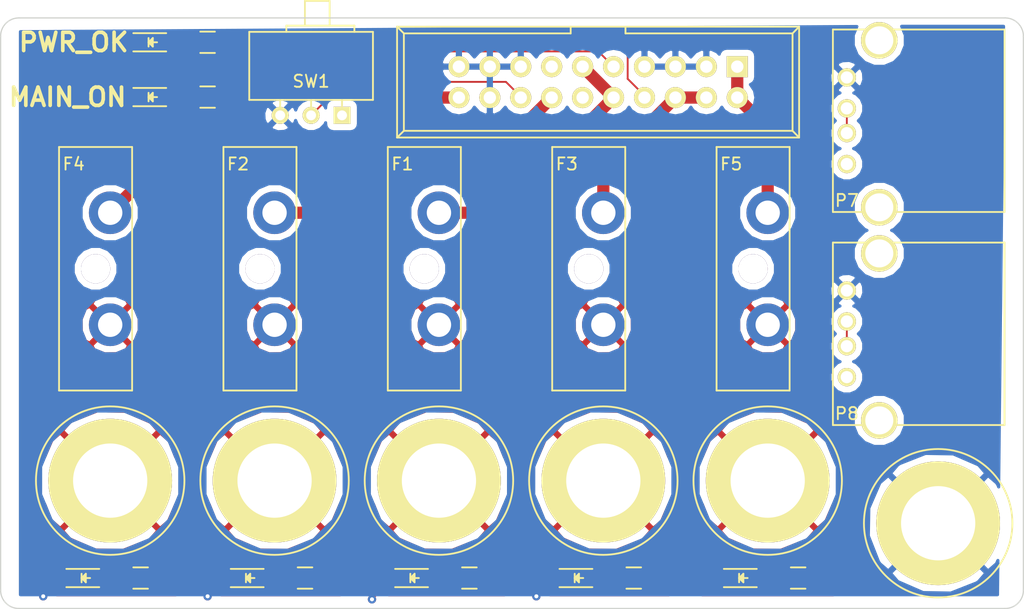
<source format=kicad_pcb>
(kicad_pcb (version 4) (host pcbnew 4.0.2+dfsg1-stable)

  (general
    (links 53)
    (no_connects 12)
    (area 108.449999 101.949999 192.550001 150.550001)
    (thickness 1.6002)
    (drawings 10)
    (tracks 67)
    (zones 0)
    (modules 29)
    (nets 27)
  )

  (page A4)
  (layers
    (0 F.Cu signal)
    (31 B.Cu signal hide)
    (36 B.SilkS user)
    (37 F.SilkS user)
    (38 B.Mask user)
    (39 F.Mask user)
    (41 Cmts.User user)
    (42 Eco1.User user)
    (43 Eco2.User user)
    (44 Edge.Cuts user)
    (45 Margin user)
  )

  (setup
    (last_trace_width 0.1524)
    (trace_clearance 0.1524)
    (zone_clearance 0.508)
    (zone_45_only no)
    (trace_min 0.1524)
    (segment_width 0.2)
    (edge_width 0.1)
    (via_size 0.6858)
    (via_drill 0.3302)
    (via_min_size 0.6858)
    (via_min_drill 0.3302)
    (uvia_size 0.6858)
    (uvia_drill 0.3302)
    (uvias_allowed no)
    (uvia_min_size 0.254)
    (uvia_min_drill 0.254)
    (pcb_text_width 0.3)
    (pcb_text_size 1.5 1.5)
    (mod_edge_width 0.15)
    (mod_text_size 1 1)
    (mod_text_width 0.15)
    (pad_size 1.5 1.5)
    (pad_drill 0.6)
    (pad_to_mask_clearance 0.0508)
    (aux_axis_origin 0 0)
    (visible_elements FFFFFF7F)
    (pcbplotparams
      (layerselection 0x00030_80000001)
      (usegerberextensions false)
      (excludeedgelayer true)
      (linewidth 0.100000)
      (plotframeref false)
      (viasonmask false)
      (mode 1)
      (useauxorigin false)
      (hpglpennumber 1)
      (hpglpenspeed 20)
      (hpglpendiameter 15)
      (hpglpenoverlay 2)
      (psnegative false)
      (psa4output false)
      (plotreference true)
      (plotvalue true)
      (plotinvisibletext false)
      (padsonsilk false)
      (subtractmaskfromsilk false)
      (outputformat 1)
      (mirror false)
      (drillshape 1)
      (scaleselection 1)
      (outputdirectory ""))
  )

  (net 0 "")
  (net 1 "Net-(D1-Pad2)")
  (net 2 GND)
  (net 3 "Net-(D2-Pad2)")
  (net 4 "Net-(D3-Pad2)")
  (net 5 "Net-(D4-Pad2)")
  (net 6 "Net-(D5-Pad2)")
  (net 7 "Net-(D6-Pad2)")
  (net 8 "Net-(D7-Pad2)")
  (net 9 +12V)
  (net 10 "Net-(F1-Pad2)")
  (net 11 -12V)
  (net 12 "Net-(F2-Pad2)")
  (net 13 +5V)
  (net 14 5V_FUSE)
  (net 15 -5V)
  (net 16 "Net-(F4-Pad2)")
  (net 17 +3.3V)
  (net 18 "Net-(F5-Pad2)")
  (net 19 PWR_OK)
  (net 20 MAINS_ON)
  (net 21 PWR_ON)
  (net 22 "Net-(P7-Pad2)")
  (net 23 "Net-(P7-Pad5)")
  (net 24 "Net-(P8-Pad2)")
  (net 25 "Net-(P8-Pad5)")
  (net 26 "Net-(SW1-Pad1)")

  (net_class Default "This is the default net class."
    (clearance 0.1524)
    (trace_width 0.1524)
    (via_dia 0.6858)
    (via_drill 0.3302)
    (uvia_dia 0.6858)
    (uvia_drill 0.3302)
    (add_net 5V_FUSE)
    (add_net GND)
    (add_net MAINS_ON)
    (add_net "Net-(D1-Pad2)")
    (add_net "Net-(D2-Pad2)")
    (add_net "Net-(D3-Pad2)")
    (add_net "Net-(D4-Pad2)")
    (add_net "Net-(D5-Pad2)")
    (add_net "Net-(D6-Pad2)")
    (add_net "Net-(D7-Pad2)")
    (add_net "Net-(F1-Pad2)")
    (add_net "Net-(F2-Pad2)")
    (add_net "Net-(F4-Pad2)")
    (add_net "Net-(F5-Pad2)")
    (add_net "Net-(P7-Pad2)")
    (add_net "Net-(P7-Pad5)")
    (add_net "Net-(P8-Pad2)")
    (add_net "Net-(P8-Pad5)")
    (add_net "Net-(SW1-Pad1)")
    (add_net PWR_OK)
    (add_net PWR_ON)
  )

  (net_class 5V ""
    (clearance 0.1524)
    (trace_width 1)
    (via_dia 1.27)
    (via_drill 0.508)
    (uvia_dia 0.6858)
    (uvia_drill 0.3302)
    (add_net +12V)
    (add_net +3.3V)
    (add_net +5V)
    (add_net -12V)
    (add_net -5V)
  )

  (module LEDs:LED_0805 (layer F.Cu) (tedit 5AF9C4F2) (tstamp 5AF96E18)
    (at 142.5 148)
    (descr "LED 0805 smd package")
    (tags "LED 0805 SMD")
    (path /5AD781DA)
    (attr smd)
    (fp_text reference D1 (at 0 -1.75) (layer Cmts.User)
      (effects (font (size 1 1) (thickness 0.15)))
    )
    (fp_text value LED_GN (at 0 1.75) (layer F.Fab)
      (effects (font (size 1 1) (thickness 0.15)))
    )
    (fp_line (start -1.6 0.75) (end 1.1 0.75) (layer F.SilkS) (width 0.15))
    (fp_line (start -1.6 -0.75) (end 1.1 -0.75) (layer F.SilkS) (width 0.15))
    (fp_line (start -0.1 0.15) (end -0.1 -0.1) (layer F.SilkS) (width 0.15))
    (fp_line (start -0.1 -0.1) (end -0.25 0.05) (layer F.SilkS) (width 0.15))
    (fp_line (start -0.35 -0.35) (end -0.35 0.35) (layer F.SilkS) (width 0.15))
    (fp_line (start 0 0) (end 0.35 0) (layer F.SilkS) (width 0.15))
    (fp_line (start -0.35 0) (end 0 -0.35) (layer F.SilkS) (width 0.15))
    (fp_line (start 0 -0.35) (end 0 0.35) (layer F.SilkS) (width 0.15))
    (fp_line (start 0 0.35) (end -0.35 0) (layer F.SilkS) (width 0.15))
    (fp_line (start 1.9 -0.95) (end 1.9 0.95) (layer F.CrtYd) (width 0.05))
    (fp_line (start 1.9 0.95) (end -1.9 0.95) (layer F.CrtYd) (width 0.05))
    (fp_line (start -1.9 0.95) (end -1.9 -0.95) (layer F.CrtYd) (width 0.05))
    (fp_line (start -1.9 -0.95) (end 1.9 -0.95) (layer F.CrtYd) (width 0.05))
    (pad 2 smd rect (at 1.04902 0 180) (size 1.19888 1.19888) (layers F.Cu F.Mask)
      (net 1 "Net-(D1-Pad2)"))
    (pad 1 smd rect (at -1.04902 0 180) (size 1.19888 1.19888) (layers F.Cu F.Mask)
      (net 2 GND))
    (model LEDs.3dshapes/LED_0805.wrl
      (at (xyz 0 0 0))
      (scale (xyz 1 1 1))
      (rotate (xyz 0 0 0))
    )
  )

  (module LEDs:LED_0805 (layer F.Cu) (tedit 5AF9C50E) (tstamp 5AF96E2B)
    (at 129 148)
    (descr "LED 0805 smd package")
    (tags "LED 0805 SMD")
    (path /5AD781A0)
    (attr smd)
    (fp_text reference D2 (at 0 -1.75) (layer Cmts.User)
      (effects (font (size 1 1) (thickness 0.15)))
    )
    (fp_text value LED_GN (at 0 1.75) (layer F.Fab)
      (effects (font (size 1 1) (thickness 0.15)))
    )
    (fp_line (start -1.6 0.75) (end 1.1 0.75) (layer F.SilkS) (width 0.15))
    (fp_line (start -1.6 -0.75) (end 1.1 -0.75) (layer F.SilkS) (width 0.15))
    (fp_line (start -0.1 0.15) (end -0.1 -0.1) (layer F.SilkS) (width 0.15))
    (fp_line (start -0.1 -0.1) (end -0.25 0.05) (layer F.SilkS) (width 0.15))
    (fp_line (start -0.35 -0.35) (end -0.35 0.35) (layer F.SilkS) (width 0.15))
    (fp_line (start 0 0) (end 0.35 0) (layer F.SilkS) (width 0.15))
    (fp_line (start -0.35 0) (end 0 -0.35) (layer F.SilkS) (width 0.15))
    (fp_line (start 0 -0.35) (end 0 0.35) (layer F.SilkS) (width 0.15))
    (fp_line (start 0 0.35) (end -0.35 0) (layer F.SilkS) (width 0.15))
    (fp_line (start 1.9 -0.95) (end 1.9 0.95) (layer F.CrtYd) (width 0.05))
    (fp_line (start 1.9 0.95) (end -1.9 0.95) (layer F.CrtYd) (width 0.05))
    (fp_line (start -1.9 0.95) (end -1.9 -0.95) (layer F.CrtYd) (width 0.05))
    (fp_line (start -1.9 -0.95) (end 1.9 -0.95) (layer F.CrtYd) (width 0.05))
    (pad 2 smd rect (at 1.04902 0 180) (size 1.19888 1.19888) (layers F.Cu F.Mask)
      (net 3 "Net-(D2-Pad2)"))
    (pad 1 smd rect (at -1.04902 0 180) (size 1.19888 1.19888) (layers F.Cu F.Mask)
      (net 2 GND))
    (model LEDs.3dshapes/LED_0805.wrl
      (at (xyz 0 0 0))
      (scale (xyz 1 1 1))
      (rotate (xyz 0 0 0))
    )
  )

  (module LEDs:LED_0805 (layer F.Cu) (tedit 5AF9C4FC) (tstamp 5AF96E3E)
    (at 156 148)
    (descr "LED 0805 smd package")
    (tags "LED 0805 SMD")
    (path /5AD78160)
    (attr smd)
    (fp_text reference D3 (at 0 -1.75) (layer Cmts.User)
      (effects (font (size 1 1) (thickness 0.15)))
    )
    (fp_text value LED_GN (at 0 1.75) (layer F.Fab)
      (effects (font (size 1 1) (thickness 0.15)))
    )
    (fp_line (start -1.6 0.75) (end 1.1 0.75) (layer F.SilkS) (width 0.15))
    (fp_line (start -1.6 -0.75) (end 1.1 -0.75) (layer F.SilkS) (width 0.15))
    (fp_line (start -0.1 0.15) (end -0.1 -0.1) (layer F.SilkS) (width 0.15))
    (fp_line (start -0.1 -0.1) (end -0.25 0.05) (layer F.SilkS) (width 0.15))
    (fp_line (start -0.35 -0.35) (end -0.35 0.35) (layer F.SilkS) (width 0.15))
    (fp_line (start 0 0) (end 0.35 0) (layer F.SilkS) (width 0.15))
    (fp_line (start -0.35 0) (end 0 -0.35) (layer F.SilkS) (width 0.15))
    (fp_line (start 0 -0.35) (end 0 0.35) (layer F.SilkS) (width 0.15))
    (fp_line (start 0 0.35) (end -0.35 0) (layer F.SilkS) (width 0.15))
    (fp_line (start 1.9 -0.95) (end 1.9 0.95) (layer F.CrtYd) (width 0.05))
    (fp_line (start 1.9 0.95) (end -1.9 0.95) (layer F.CrtYd) (width 0.05))
    (fp_line (start -1.9 0.95) (end -1.9 -0.95) (layer F.CrtYd) (width 0.05))
    (fp_line (start -1.9 -0.95) (end 1.9 -0.95) (layer F.CrtYd) (width 0.05))
    (pad 2 smd rect (at 1.04902 0 180) (size 1.19888 1.19888) (layers F.Cu F.Mask)
      (net 4 "Net-(D3-Pad2)"))
    (pad 1 smd rect (at -1.04902 0 180) (size 1.19888 1.19888) (layers F.Cu F.Mask)
      (net 2 GND))
    (model LEDs.3dshapes/LED_0805.wrl
      (at (xyz 0 0 0))
      (scale (xyz 1 1 1))
      (rotate (xyz 0 0 0))
    )
  )

  (module LEDs:LED_0805 (layer F.Cu) (tedit 5AF9C513) (tstamp 5AF96E51)
    (at 115.5 148)
    (descr "LED 0805 smd package")
    (tags "LED 0805 SMD")
    (path /5AD78126)
    (attr smd)
    (fp_text reference D4 (at 0 -1.75) (layer Cmts.User)
      (effects (font (size 1 1) (thickness 0.15)))
    )
    (fp_text value LED_GN (at 0 1.75) (layer F.Fab)
      (effects (font (size 1 1) (thickness 0.15)))
    )
    (fp_line (start -1.6 0.75) (end 1.1 0.75) (layer F.SilkS) (width 0.15))
    (fp_line (start -1.6 -0.75) (end 1.1 -0.75) (layer F.SilkS) (width 0.15))
    (fp_line (start -0.1 0.15) (end -0.1 -0.1) (layer F.SilkS) (width 0.15))
    (fp_line (start -0.1 -0.1) (end -0.25 0.05) (layer F.SilkS) (width 0.15))
    (fp_line (start -0.35 -0.35) (end -0.35 0.35) (layer F.SilkS) (width 0.15))
    (fp_line (start 0 0) (end 0.35 0) (layer F.SilkS) (width 0.15))
    (fp_line (start -0.35 0) (end 0 -0.35) (layer F.SilkS) (width 0.15))
    (fp_line (start 0 -0.35) (end 0 0.35) (layer F.SilkS) (width 0.15))
    (fp_line (start 0 0.35) (end -0.35 0) (layer F.SilkS) (width 0.15))
    (fp_line (start 1.9 -0.95) (end 1.9 0.95) (layer F.CrtYd) (width 0.05))
    (fp_line (start 1.9 0.95) (end -1.9 0.95) (layer F.CrtYd) (width 0.05))
    (fp_line (start -1.9 0.95) (end -1.9 -0.95) (layer F.CrtYd) (width 0.05))
    (fp_line (start -1.9 -0.95) (end 1.9 -0.95) (layer F.CrtYd) (width 0.05))
    (pad 2 smd rect (at 1.04902 0 180) (size 1.19888 1.19888) (layers F.Cu F.Mask)
      (net 5 "Net-(D4-Pad2)"))
    (pad 1 smd rect (at -1.04902 0 180) (size 1.19888 1.19888) (layers F.Cu F.Mask)
      (net 2 GND))
    (model LEDs.3dshapes/LED_0805.wrl
      (at (xyz 0 0 0))
      (scale (xyz 1 1 1))
      (rotate (xyz 0 0 0))
    )
  )

  (module LEDs:LED_0805 (layer F.Cu) (tedit 5AF9C503) (tstamp 5AF96E64)
    (at 169.5 148)
    (descr "LED 0805 smd package")
    (tags "LED 0805 SMD")
    (path /5AD780B0)
    (attr smd)
    (fp_text reference D5 (at 0 -1.75) (layer Cmts.User)
      (effects (font (size 1 1) (thickness 0.15)))
    )
    (fp_text value LED_GN (at 0 1.75) (layer F.Fab)
      (effects (font (size 1 1) (thickness 0.15)))
    )
    (fp_line (start -1.6 0.75) (end 1.1 0.75) (layer F.SilkS) (width 0.15))
    (fp_line (start -1.6 -0.75) (end 1.1 -0.75) (layer F.SilkS) (width 0.15))
    (fp_line (start -0.1 0.15) (end -0.1 -0.1) (layer F.SilkS) (width 0.15))
    (fp_line (start -0.1 -0.1) (end -0.25 0.05) (layer F.SilkS) (width 0.15))
    (fp_line (start -0.35 -0.35) (end -0.35 0.35) (layer F.SilkS) (width 0.15))
    (fp_line (start 0 0) (end 0.35 0) (layer F.SilkS) (width 0.15))
    (fp_line (start -0.35 0) (end 0 -0.35) (layer F.SilkS) (width 0.15))
    (fp_line (start 0 -0.35) (end 0 0.35) (layer F.SilkS) (width 0.15))
    (fp_line (start 0 0.35) (end -0.35 0) (layer F.SilkS) (width 0.15))
    (fp_line (start 1.9 -0.95) (end 1.9 0.95) (layer F.CrtYd) (width 0.05))
    (fp_line (start 1.9 0.95) (end -1.9 0.95) (layer F.CrtYd) (width 0.05))
    (fp_line (start -1.9 0.95) (end -1.9 -0.95) (layer F.CrtYd) (width 0.05))
    (fp_line (start -1.9 -0.95) (end 1.9 -0.95) (layer F.CrtYd) (width 0.05))
    (pad 2 smd rect (at 1.04902 0 180) (size 1.19888 1.19888) (layers F.Cu F.Mask)
      (net 6 "Net-(D5-Pad2)"))
    (pad 1 smd rect (at -1.04902 0 180) (size 1.19888 1.19888) (layers F.Cu F.Mask)
      (net 2 GND))
    (model LEDs.3dshapes/LED_0805.wrl
      (at (xyz 0 0 0))
      (scale (xyz 1 1 1))
      (rotate (xyz 0 0 0))
    )
  )

  (module LEDs:LED_0805 (layer F.Cu) (tedit 5AF9C3EA) (tstamp 5AF96E77)
    (at 121 104)
    (descr "LED 0805 smd package")
    (tags "LED 0805 SMD")
    (path /5AD784B1)
    (attr smd)
    (fp_text reference D6 (at 0 -1.75) (layer Cmts.User)
      (effects (font (size 1 1) (thickness 0.15)))
    )
    (fp_text value LED (at 0 1.75) (layer F.Fab)
      (effects (font (size 1 1) (thickness 0.15)))
    )
    (fp_line (start -1.6 0.75) (end 1.1 0.75) (layer F.SilkS) (width 0.15))
    (fp_line (start -1.6 -0.75) (end 1.1 -0.75) (layer F.SilkS) (width 0.15))
    (fp_line (start -0.1 0.15) (end -0.1 -0.1) (layer F.SilkS) (width 0.15))
    (fp_line (start -0.1 -0.1) (end -0.25 0.05) (layer F.SilkS) (width 0.15))
    (fp_line (start -0.35 -0.35) (end -0.35 0.35) (layer F.SilkS) (width 0.15))
    (fp_line (start 0 0) (end 0.35 0) (layer F.SilkS) (width 0.15))
    (fp_line (start -0.35 0) (end 0 -0.35) (layer F.SilkS) (width 0.15))
    (fp_line (start 0 -0.35) (end 0 0.35) (layer F.SilkS) (width 0.15))
    (fp_line (start 0 0.35) (end -0.35 0) (layer F.SilkS) (width 0.15))
    (fp_line (start 1.9 -0.95) (end 1.9 0.95) (layer F.CrtYd) (width 0.05))
    (fp_line (start 1.9 0.95) (end -1.9 0.95) (layer F.CrtYd) (width 0.05))
    (fp_line (start -1.9 0.95) (end -1.9 -0.95) (layer F.CrtYd) (width 0.05))
    (fp_line (start -1.9 -0.95) (end 1.9 -0.95) (layer F.CrtYd) (width 0.05))
    (pad 2 smd rect (at 1.04902 0 180) (size 1.19888 1.19888) (layers F.Cu F.Mask)
      (net 7 "Net-(D6-Pad2)"))
    (pad 1 smd rect (at -1.04902 0 180) (size 1.19888 1.19888) (layers F.Cu F.Mask)
      (net 2 GND))
    (model LEDs.3dshapes/LED_0805.wrl
      (at (xyz 0 0 0))
      (scale (xyz 1 1 1))
      (rotate (xyz 0 0 0))
    )
  )

  (module LEDs:LED_0805 (layer F.Cu) (tedit 5AF9C422) (tstamp 5AF96E8A)
    (at 121 108.5)
    (descr "LED 0805 smd package")
    (tags "LED 0805 SMD")
    (path /5ADA05D8)
    (attr smd)
    (fp_text reference D7 (at 0 -1.75) (layer Cmts.User)
      (effects (font (size 1 1) (thickness 0.15)))
    )
    (fp_text value LED (at 0 1.75) (layer F.Fab)
      (effects (font (size 1 1) (thickness 0.15)))
    )
    (fp_line (start -1.6 0.75) (end 1.1 0.75) (layer F.SilkS) (width 0.15))
    (fp_line (start -1.6 -0.75) (end 1.1 -0.75) (layer F.SilkS) (width 0.15))
    (fp_line (start -0.1 0.15) (end -0.1 -0.1) (layer F.SilkS) (width 0.15))
    (fp_line (start -0.1 -0.1) (end -0.25 0.05) (layer F.SilkS) (width 0.15))
    (fp_line (start -0.35 -0.35) (end -0.35 0.35) (layer F.SilkS) (width 0.15))
    (fp_line (start 0 0) (end 0.35 0) (layer F.SilkS) (width 0.15))
    (fp_line (start -0.35 0) (end 0 -0.35) (layer F.SilkS) (width 0.15))
    (fp_line (start 0 -0.35) (end 0 0.35) (layer F.SilkS) (width 0.15))
    (fp_line (start 0 0.35) (end -0.35 0) (layer F.SilkS) (width 0.15))
    (fp_line (start 1.9 -0.95) (end 1.9 0.95) (layer F.CrtYd) (width 0.05))
    (fp_line (start 1.9 0.95) (end -1.9 0.95) (layer F.CrtYd) (width 0.05))
    (fp_line (start -1.9 0.95) (end -1.9 -0.95) (layer F.CrtYd) (width 0.05))
    (fp_line (start -1.9 -0.95) (end 1.9 -0.95) (layer F.CrtYd) (width 0.05))
    (pad 2 smd rect (at 1.04902 0 180) (size 1.19888 1.19888) (layers F.Cu F.Mask)
      (net 8 "Net-(D7-Pad2)"))
    (pad 1 smd rect (at -1.04902 0 180) (size 1.19888 1.19888) (layers F.Cu F.Mask)
      (net 2 GND))
    (model LEDs.3dshapes/LED_0805.wrl
      (at (xyz 0 0 0))
      (scale (xyz 1 1 1))
      (rotate (xyz 0 0 0))
    )
  )

  (module Fuse_Holders_and_Fuses:Fuseholder_ATO_Blade_littlefuse_Pudenz_2_Pin (layer F.Cu) (tedit 5AF9C040) (tstamp 5AF96E95)
    (at 144.5 118 270)
    (tags "Fuseholder ATO Blade littlefuse Pudenz 2 Pin")
    (path /5AD77DDD)
    (fp_text reference F1 (at -4 3 360) (layer F.SilkS)
      (effects (font (size 1 1) (thickness 0.15)))
    )
    (fp_text value 5A (at 5.072 5.216 270) (layer F.Fab)
      (effects (font (size 1 1) (thickness 0.15)))
    )
    (fp_line (start -5.4 -1.8) (end 14.6 -1.8) (layer F.SilkS) (width 0.15))
    (fp_line (start 14.6 -1.8) (end 14.6 4.2) (layer F.SilkS) (width 0.15))
    (fp_line (start 14.6 4.2) (end -5.4 4.2) (layer F.SilkS) (width 0.15))
    (fp_line (start -5.4 4.2) (end -5.4 -1.8) (layer F.SilkS) (width 0.15))
    (pad 1 thru_hole circle (at 0 0 270) (size 3.5 3.5) (drill 2) (layers *.Cu *.Mask)
      (net 9 +12V))
    (pad "" thru_hole circle (at 4.6 1.2 270) (size 2.4 2.4) (drill 2.4) (layers *.Cu *.Mask))
    (pad 2 thru_hole circle (at 9.2 0 270) (size 3.5 3.5) (drill 2) (layers *.Cu *.Mask)
      (net 10 "Net-(F1-Pad2)"))
  )

  (module Fuse_Holders_and_Fuses:Fuseholder_ATO_Blade_littlefuse_Pudenz_2_Pin (layer F.Cu) (tedit 5AF9C069) (tstamp 5AF96EA0)
    (at 131 118 270)
    (tags "Fuseholder ATO Blade littlefuse Pudenz 2 Pin")
    (path /5AD77EBE)
    (fp_text reference F2 (at -4 3 360) (layer F.SilkS)
      (effects (font (size 1 1) (thickness 0.15)))
    )
    (fp_text value 5A (at 5.072 5.216 270) (layer F.Fab)
      (effects (font (size 1 1) (thickness 0.15)))
    )
    (fp_line (start -5.4 -1.8) (end 14.6 -1.8) (layer F.SilkS) (width 0.15))
    (fp_line (start 14.6 -1.8) (end 14.6 4.2) (layer F.SilkS) (width 0.15))
    (fp_line (start 14.6 4.2) (end -5.4 4.2) (layer F.SilkS) (width 0.15))
    (fp_line (start -5.4 4.2) (end -5.4 -1.8) (layer F.SilkS) (width 0.15))
    (pad 1 thru_hole circle (at 0 0 270) (size 3.5 3.5) (drill 2) (layers *.Cu *.Mask)
      (net 11 -12V))
    (pad "" thru_hole circle (at 4.6 1.2 270) (size 2.4 2.4) (drill 2.4) (layers *.Cu *.Mask))
    (pad 2 thru_hole circle (at 9.2 0 270) (size 3.5 3.5) (drill 2) (layers *.Cu *.Mask)
      (net 12 "Net-(F2-Pad2)"))
  )

  (module Fuse_Holders_and_Fuses:Fuseholder_ATO_Blade_littlefuse_Pudenz_2_Pin (layer F.Cu) (tedit 5AF9C045) (tstamp 5AF96EAB)
    (at 158 118 270)
    (tags "Fuseholder ATO Blade littlefuse Pudenz 2 Pin")
    (path /5AD77EE3)
    (fp_text reference F3 (at -4 3 360) (layer F.SilkS)
      (effects (font (size 1 1) (thickness 0.15)))
    )
    (fp_text value 5A (at 5.072 5.216 270) (layer F.Fab)
      (effects (font (size 1 1) (thickness 0.15)))
    )
    (fp_line (start -5.4 -1.8) (end 14.6 -1.8) (layer F.SilkS) (width 0.15))
    (fp_line (start 14.6 -1.8) (end 14.6 4.2) (layer F.SilkS) (width 0.15))
    (fp_line (start 14.6 4.2) (end -5.4 4.2) (layer F.SilkS) (width 0.15))
    (fp_line (start -5.4 4.2) (end -5.4 -1.8) (layer F.SilkS) (width 0.15))
    (pad 1 thru_hole circle (at 0 0 270) (size 3.5 3.5) (drill 2) (layers *.Cu *.Mask)
      (net 13 +5V))
    (pad "" thru_hole circle (at 4.6 1.2 270) (size 2.4 2.4) (drill 2.4) (layers *.Cu *.Mask))
    (pad 2 thru_hole circle (at 9.2 0 270) (size 3.5 3.5) (drill 2) (layers *.Cu *.Mask)
      (net 14 5V_FUSE))
  )

  (module Fuse_Holders_and_Fuses:Fuseholder_ATO_Blade_littlefuse_Pudenz_2_Pin (layer F.Cu) (tedit 5AF9C070) (tstamp 5AF96EB6)
    (at 117.5 118 270)
    (tags "Fuseholder ATO Blade littlefuse Pudenz 2 Pin")
    (path /5AD78051)
    (fp_text reference F4 (at -4 3 360) (layer F.SilkS)
      (effects (font (size 1 1) (thickness 0.15)))
    )
    (fp_text value 5A (at 5.072 5.216 270) (layer F.Fab)
      (effects (font (size 1 1) (thickness 0.15)))
    )
    (fp_line (start -5.4 -1.8) (end 14.6 -1.8) (layer F.SilkS) (width 0.15))
    (fp_line (start 14.6 -1.8) (end 14.6 4.2) (layer F.SilkS) (width 0.15))
    (fp_line (start 14.6 4.2) (end -5.4 4.2) (layer F.SilkS) (width 0.15))
    (fp_line (start -5.4 4.2) (end -5.4 -1.8) (layer F.SilkS) (width 0.15))
    (pad 1 thru_hole circle (at 0 0 270) (size 3.5 3.5) (drill 2) (layers *.Cu *.Mask)
      (net 15 -5V))
    (pad "" thru_hole circle (at 4.6 1.2 270) (size 2.4 2.4) (drill 2.4) (layers *.Cu *.Mask))
    (pad 2 thru_hole circle (at 9.2 0 270) (size 3.5 3.5) (drill 2) (layers *.Cu *.Mask)
      (net 16 "Net-(F4-Pad2)"))
  )

  (module Fuse_Holders_and_Fuses:Fuseholder_ATO_Blade_littlefuse_Pudenz_2_Pin (layer F.Cu) (tedit 5AF9C060) (tstamp 5AF96EC1)
    (at 171.5 118 270)
    (tags "Fuseholder ATO Blade littlefuse Pudenz 2 Pin")
    (path /5AD78080)
    (fp_text reference F5 (at -4 3 360) (layer F.SilkS)
      (effects (font (size 1 1) (thickness 0.15)))
    )
    (fp_text value 5A (at 5.072 5.216 270) (layer F.Fab)
      (effects (font (size 1 1) (thickness 0.15)))
    )
    (fp_line (start -5.4 -1.8) (end 14.6 -1.8) (layer F.SilkS) (width 0.15))
    (fp_line (start 14.6 -1.8) (end 14.6 4.2) (layer F.SilkS) (width 0.15))
    (fp_line (start 14.6 4.2) (end -5.4 4.2) (layer F.SilkS) (width 0.15))
    (fp_line (start -5.4 4.2) (end -5.4 -1.8) (layer F.SilkS) (width 0.15))
    (pad 1 thru_hole circle (at 0 0 270) (size 3.5 3.5) (drill 2) (layers *.Cu *.Mask)
      (net 17 +3.3V))
    (pad "" thru_hole circle (at 4.6 1.2 270) (size 2.4 2.4) (drill 2.4) (layers *.Cu *.Mask))
    (pad 2 thru_hole circle (at 9.2 0 270) (size 3.5 3.5) (drill 2) (layers *.Cu *.Mask)
      (net 18 "Net-(F5-Pad2)"))
  )

  (module Connect:Banana_Jack_1Pin (layer F.Cu) (tedit 5AF9C483) (tstamp 5AF96EC7)
    (at 144.5 140)
    (descr "Single banana socket, footprint - 6mm drill")
    (tags "banana socket")
    (path /5AD86202)
    (fp_text reference P1 (at 0.508 -6.858) (layer Cmts.User)
      (effects (font (size 1 1) (thickness 0.15)))
    )
    (fp_text value +12V_OUT (at -1.5 -9) (layer F.Fab)
      (effects (font (size 1 1) (thickness 0.15)))
    )
    (fp_circle (center 0 0) (end 0 -6.096) (layer F.SilkS) (width 0.15))
    (pad 1 thru_hole circle (at 0 0) (size 10.16 10.16) (drill 6.096) (layers *.Cu *.Mask F.SilkS)
      (net 10 "Net-(F1-Pad2)"))
    (model Connect.3dshapes/Banana_Jack_1Pin.wrl
      (at (xyz 0 0 0))
      (scale (xyz 2 2 2))
      (rotate (xyz 0 0 0))
    )
  )

  (module Connect:Banana_Jack_1Pin (layer F.Cu) (tedit 5AF9C47E) (tstamp 5AF96ECD)
    (at 131 140)
    (descr "Single banana socket, footprint - 6mm drill")
    (tags "banana socket")
    (path /5AD8663D)
    (fp_text reference P2 (at 0.508 -6.858) (layer Cmts.User)
      (effects (font (size 1 1) (thickness 0.15)))
    )
    (fp_text value -12V_OUT (at -1.5 -9) (layer F.Fab)
      (effects (font (size 1 1) (thickness 0.15)))
    )
    (fp_circle (center 0 0) (end 0 -6.096) (layer F.SilkS) (width 0.15))
    (pad 1 thru_hole circle (at 0 0) (size 10.16 10.16) (drill 6.096) (layers *.Cu *.Mask F.SilkS)
      (net 12 "Net-(F2-Pad2)"))
    (model Connect.3dshapes/Banana_Jack_1Pin.wrl
      (at (xyz 0 0 0))
      (scale (xyz 2 2 2))
      (rotate (xyz 0 0 0))
    )
  )

  (module Connect:IDC_Header_Straight_20pins (layer F.Cu) (tedit 5AF9C571) (tstamp 5AF96EF8)
    (at 169 106 180)
    (descr "20 pins through hole IDC header")
    (tags "IDC header socket VASCH")
    (path /5AD77981)
    (fp_text reference P3 (at 25.5 1.5 180) (layer Cmts.User)
      (effects (font (size 1 1) (thickness 0.15)))
    )
    (fp_text value ATX2.4-IN (at 11.43 5.223 180) (layer F.Fab)
      (effects (font (size 1 1) (thickness 0.15)))
    )
    (fp_line (start -5.08 -5.82) (end 27.94 -5.82) (layer F.SilkS) (width 0.15))
    (fp_line (start -4.54 -5.27) (end 27.38 -5.27) (layer F.SilkS) (width 0.15))
    (fp_line (start -5.08 3.28) (end 27.94 3.28) (layer F.SilkS) (width 0.15))
    (fp_line (start -4.54 2.73) (end 9.18 2.73) (layer F.SilkS) (width 0.15))
    (fp_line (start 13.68 2.73) (end 27.38 2.73) (layer F.SilkS) (width 0.15))
    (fp_line (start 9.18 2.73) (end 9.18 3.28) (layer F.SilkS) (width 0.15))
    (fp_line (start 13.68 2.73) (end 13.68 3.28) (layer F.SilkS) (width 0.15))
    (fp_line (start -5.08 -5.82) (end -5.08 3.28) (layer F.SilkS) (width 0.15))
    (fp_line (start -4.54 -5.27) (end -4.54 2.73) (layer F.SilkS) (width 0.15))
    (fp_line (start 27.94 -5.82) (end 27.94 3.28) (layer F.SilkS) (width 0.15))
    (fp_line (start 27.38 -5.27) (end 27.38 2.73) (layer F.SilkS) (width 0.15))
    (fp_line (start -5.08 -5.82) (end -4.54 -5.27) (layer F.SilkS) (width 0.15))
    (fp_line (start 27.94 -5.82) (end 27.38 -5.27) (layer F.SilkS) (width 0.15))
    (fp_line (start -5.08 3.28) (end -4.54 2.73) (layer F.SilkS) (width 0.15))
    (fp_line (start 27.94 3.28) (end 27.38 2.73) (layer F.SilkS) (width 0.15))
    (fp_line (start -5.35 -6.05) (end 28.2 -6.05) (layer F.CrtYd) (width 0.05))
    (fp_line (start 28.2 -6.05) (end 28.2 3.55) (layer F.CrtYd) (width 0.05))
    (fp_line (start 28.2 3.55) (end -5.35 3.55) (layer F.CrtYd) (width 0.05))
    (fp_line (start -5.35 3.55) (end -5.35 -6.05) (layer F.CrtYd) (width 0.05))
    (pad 1 thru_hole rect (at 0 0 180) (size 1.7272 1.7272) (drill 1.016) (layers *.Cu *.Mask F.SilkS)
      (net 17 +3.3V))
    (pad 2 thru_hole oval (at 0 -2.54 180) (size 1.7272 1.7272) (drill 1.016) (layers *.Cu *.Mask F.SilkS)
      (net 17 +3.3V))
    (pad 3 thru_hole oval (at 2.54 0 180) (size 1.7272 1.7272) (drill 1.016) (layers *.Cu *.Mask F.SilkS)
      (net 2 GND))
    (pad 4 thru_hole oval (at 2.54 -2.54 180) (size 1.7272 1.7272) (drill 1.016) (layers *.Cu *.Mask F.SilkS)
      (net 13 +5V))
    (pad 5 thru_hole oval (at 5.08 0 180) (size 1.7272 1.7272) (drill 1.016) (layers *.Cu *.Mask F.SilkS)
      (net 2 GND))
    (pad 6 thru_hole oval (at 5.08 -2.54 180) (size 1.7272 1.7272) (drill 1.016) (layers *.Cu *.Mask F.SilkS)
      (net 13 +5V))
    (pad 7 thru_hole oval (at 7.62 0 180) (size 1.7272 1.7272) (drill 1.016) (layers *.Cu *.Mask F.SilkS)
      (net 2 GND))
    (pad 8 thru_hole oval (at 7.62 -2.54 180) (size 1.7272 1.7272) (drill 1.016) (layers *.Cu *.Mask F.SilkS)
      (net 19 PWR_OK))
    (pad 9 thru_hole oval (at 10.16 0 180) (size 1.7272 1.7272) (drill 1.016) (layers *.Cu *.Mask F.SilkS)
      (net 20 MAINS_ON))
    (pad 10 thru_hole oval (at 10.16 -2.54 180) (size 1.7272 1.7272) (drill 1.016) (layers *.Cu *.Mask F.SilkS)
      (net 9 +12V))
    (pad 11 thru_hole oval (at 12.7 0 180) (size 1.7272 1.7272) (drill 1.016) (layers *.Cu *.Mask F.SilkS)
      (net 9 +12V))
    (pad 12 thru_hole oval (at 12.7 -2.54 180) (size 1.7272 1.7272) (drill 1.016) (layers *.Cu *.Mask F.SilkS)
      (net 17 +3.3V))
    (pad 13 thru_hole oval (at 15.24 0 180) (size 1.7272 1.7272) (drill 1.016) (layers *.Cu *.Mask F.SilkS)
      (net 17 +3.3V))
    (pad 14 thru_hole oval (at 15.24 -2.54 180) (size 1.7272 1.7272) (drill 1.016) (layers *.Cu *.Mask F.SilkS)
      (net 11 -12V))
    (pad 15 thru_hole oval (at 17.78 0 180) (size 1.7272 1.7272) (drill 1.016) (layers *.Cu *.Mask F.SilkS)
      (net 2 GND))
    (pad 16 thru_hole oval (at 17.78 -2.54 180) (size 1.7272 1.7272) (drill 1.016) (layers *.Cu *.Mask F.SilkS)
      (net 21 PWR_ON))
    (pad 17 thru_hole oval (at 20.32 0 180) (size 1.7272 1.7272) (drill 1.016) (layers *.Cu *.Mask F.SilkS)
      (net 2 GND))
    (pad 18 thru_hole oval (at 20.32 -2.54 180) (size 1.7272 1.7272) (drill 1.016) (layers *.Cu *.Mask F.SilkS)
      (net 2 GND))
    (pad 19 thru_hole oval (at 22.86 0 180) (size 1.7272 1.7272) (drill 1.016) (layers *.Cu *.Mask F.SilkS)
      (net 2 GND))
    (pad 20 thru_hole oval (at 22.86 -2.54 180) (size 1.7272 1.7272) (drill 1.016) (layers *.Cu *.Mask F.SilkS)
      (net 15 -5V))
  )

  (module Connect:Banana_Jack_1Pin (layer F.Cu) (tedit 5AF9C48C) (tstamp 5AF96EFE)
    (at 158 140)
    (descr "Single banana socket, footprint - 6mm drill")
    (tags "banana socket")
    (path /5AD868F1)
    (fp_text reference P4 (at 0.508 -6.858) (layer Cmts.User)
      (effects (font (size 1 1) (thickness 0.15)))
    )
    (fp_text value +5V_OUT (at -1 -9) (layer F.Fab)
      (effects (font (size 1 1) (thickness 0.15)))
    )
    (fp_circle (center 0 0) (end 0 -6.096) (layer F.SilkS) (width 0.15))
    (pad 1 thru_hole circle (at 0 0) (size 10.16 10.16) (drill 6.096) (layers *.Cu *.Mask F.SilkS)
      (net 14 5V_FUSE))
    (model Connect.3dshapes/Banana_Jack_1Pin.wrl
      (at (xyz 0 0 0))
      (scale (xyz 2 2 2))
      (rotate (xyz 0 0 0))
    )
  )

  (module Connect:Banana_Jack_1Pin (layer F.Cu) (tedit 5AF9C487) (tstamp 5AF96F04)
    (at 117.5 140)
    (descr "Single banana socket, footprint - 6mm drill")
    (tags "banana socket")
    (path /5AD86973)
    (fp_text reference P5 (at 0.508 -6.858) (layer Cmts.User)
      (effects (font (size 1 1) (thickness 0.15)))
    )
    (fp_text value -5V_OUT (at -1 -9) (layer F.Fab)
      (effects (font (size 1 1) (thickness 0.15)))
    )
    (fp_circle (center 0 0) (end 0 -6.096) (layer F.SilkS) (width 0.15))
    (pad 1 thru_hole circle (at 0 0) (size 10.16 10.16) (drill 6.096) (layers *.Cu *.Mask F.SilkS)
      (net 16 "Net-(F4-Pad2)"))
    (model Connect.3dshapes/Banana_Jack_1Pin.wrl
      (at (xyz 0 0 0))
      (scale (xyz 2 2 2))
      (rotate (xyz 0 0 0))
    )
  )

  (module Connect:Banana_Jack_1Pin (layer F.Cu) (tedit 5AF9C491) (tstamp 5AF96F0A)
    (at 171.5 140)
    (descr "Single banana socket, footprint - 6mm drill")
    (tags "banana socket")
    (path /5AD869E8)
    (fp_text reference P6 (at 0.508 -6.858) (layer Cmts.User)
      (effects (font (size 1 1) (thickness 0.15)))
    )
    (fp_text value +3V3_OUT (at -1.5 -9) (layer F.Fab)
      (effects (font (size 1 1) (thickness 0.15)))
    )
    (fp_circle (center 0 0) (end 0 -6.096) (layer F.SilkS) (width 0.15))
    (pad 1 thru_hole circle (at 0 0) (size 10.16 10.16) (drill 6.096) (layers *.Cu *.Mask F.SilkS)
      (net 18 "Net-(F5-Pad2)"))
    (model Connect.3dshapes/Banana_Jack_1Pin.wrl
      (at (xyz 0 0 0))
      (scale (xyz 2 2 2))
      (rotate (xyz 0 0 0))
    )
  )

  (module Connect:USB_A (layer F.Cu) (tedit 5AF9C554) (tstamp 5AF96F1C)
    (at 178 114 90)
    (descr "USB A connector")
    (tags "USB USB_A")
    (path /5AD77D81)
    (fp_text reference P7 (at -3 0 180) (layer F.SilkS)
      (effects (font (size 1 1) (thickness 0.15)))
    )
    (fp_text value USB_A (at 3.83794 7.43458 90) (layer F.Fab)
      (effects (font (size 1 1) (thickness 0.15)))
    )
    (fp_line (start -5.3 13.2) (end -5.3 -1.4) (layer F.CrtYd) (width 0.05))
    (fp_line (start 11.95 -1.4) (end 11.95 13.2) (layer F.CrtYd) (width 0.05))
    (fp_line (start -5.3 13.2) (end 11.95 13.2) (layer F.CrtYd) (width 0.05))
    (fp_line (start -5.3 -1.4) (end 11.95 -1.4) (layer F.CrtYd) (width 0.05))
    (fp_line (start 11.04986 -1.14512) (end 11.04986 12.95188) (layer F.SilkS) (width 0.15))
    (fp_line (start -3.93614 12.95188) (end -3.93614 -1.14512) (layer F.SilkS) (width 0.15))
    (fp_line (start 11.04986 -1.14512) (end -3.93614 -1.14512) (layer F.SilkS) (width 0.15))
    (fp_line (start 11.04986 12.95188) (end -3.93614 12.95188) (layer F.SilkS) (width 0.15))
    (pad 4 thru_hole circle (at 7.11286 -0.00212) (size 1.50114 1.50114) (drill 1.00076) (layers *.Cu *.Mask F.SilkS)
      (net 2 GND))
    (pad 3 thru_hole circle (at 4.57286 -0.00212) (size 1.50114 1.50114) (drill 1.00076) (layers *.Cu *.Mask F.SilkS)
      (net 22 "Net-(P7-Pad2)"))
    (pad 2 thru_hole circle (at 2.54086 -0.00212) (size 1.50114 1.50114) (drill 1.00076) (layers *.Cu *.Mask F.SilkS)
      (net 22 "Net-(P7-Pad2)"))
    (pad 1 thru_hole circle (at 0.00086 -0.00212) (size 1.50114 1.50114) (drill 1.00076) (layers *.Cu *.Mask F.SilkS)
      (net 14 5V_FUSE))
    (pad 5 thru_hole circle (at 10.16086 2.66488) (size 2.99974 2.99974) (drill 2.30124) (layers *.Cu *.Mask F.SilkS)
      (net 23 "Net-(P7-Pad5)"))
    (pad 5 thru_hole circle (at -3.55514 2.66488) (size 2.99974 2.99974) (drill 2.30124) (layers *.Cu *.Mask F.SilkS)
      (net 23 "Net-(P7-Pad5)"))
    (model Connect.3dshapes/USB_A.wrl
      (at (xyz 0.14 0 0))
      (scale (xyz 1 1 1))
      (rotate (xyz 0 0 90))
    )
  )

  (module Connect:USB_A (layer F.Cu) (tedit 5AF9C558) (tstamp 5AF96F2E)
    (at 178 131.5 90)
    (descr "USB A connector")
    (tags "USB USB_A")
    (path /5AD77CA0)
    (fp_text reference P8 (at -3 0 180) (layer F.SilkS)
      (effects (font (size 1 1) (thickness 0.15)))
    )
    (fp_text value USB_A (at 3.83794 7.43458 90) (layer F.Fab)
      (effects (font (size 1 1) (thickness 0.15)))
    )
    (fp_line (start -5.3 13.2) (end -5.3 -1.4) (layer F.CrtYd) (width 0.05))
    (fp_line (start 11.95 -1.4) (end 11.95 13.2) (layer F.CrtYd) (width 0.05))
    (fp_line (start -5.3 13.2) (end 11.95 13.2) (layer F.CrtYd) (width 0.05))
    (fp_line (start -5.3 -1.4) (end 11.95 -1.4) (layer F.CrtYd) (width 0.05))
    (fp_line (start 11.04986 -1.14512) (end 11.04986 12.95188) (layer F.SilkS) (width 0.15))
    (fp_line (start -3.93614 12.95188) (end -3.93614 -1.14512) (layer F.SilkS) (width 0.15))
    (fp_line (start 11.04986 -1.14512) (end -3.93614 -1.14512) (layer F.SilkS) (width 0.15))
    (fp_line (start 11.04986 12.95188) (end -3.93614 12.95188) (layer F.SilkS) (width 0.15))
    (pad 4 thru_hole circle (at 7.11286 -0.00212) (size 1.50114 1.50114) (drill 1.00076) (layers *.Cu *.Mask F.SilkS)
      (net 2 GND))
    (pad 3 thru_hole circle (at 4.57286 -0.00212) (size 1.50114 1.50114) (drill 1.00076) (layers *.Cu *.Mask F.SilkS)
      (net 24 "Net-(P8-Pad2)"))
    (pad 2 thru_hole circle (at 2.54086 -0.00212) (size 1.50114 1.50114) (drill 1.00076) (layers *.Cu *.Mask F.SilkS)
      (net 24 "Net-(P8-Pad2)"))
    (pad 1 thru_hole circle (at 0.00086 -0.00212) (size 1.50114 1.50114) (drill 1.00076) (layers *.Cu *.Mask F.SilkS)
      (net 14 5V_FUSE))
    (pad 5 thru_hole circle (at 10.16086 2.66488) (size 2.99974 2.99974) (drill 2.30124) (layers *.Cu *.Mask F.SilkS)
      (net 25 "Net-(P8-Pad5)"))
    (pad 5 thru_hole circle (at -3.55514 2.66488) (size 2.99974 2.99974) (drill 2.30124) (layers *.Cu *.Mask F.SilkS)
      (net 25 "Net-(P8-Pad5)"))
    (model Connect.3dshapes/USB_A.wrl
      (at (xyz 0.14 0 0))
      (scale (xyz 1 1 1))
      (rotate (xyz 0 0 90))
    )
  )

  (module Connect:Banana_Jack_1Pin (layer F.Cu) (tedit 5AF9C4A8) (tstamp 5AF96F34)
    (at 185.5 143.5)
    (descr "Single banana socket, footprint - 6mm drill")
    (tags "banana socket")
    (path /5ADD041B)
    (fp_text reference P9 (at 0.508 -6.858) (layer Cmts.User)
      (effects (font (size 1 1) (thickness 0.15)))
    )
    (fp_text value GND_OUT (at 0 -9) (layer F.Fab)
      (effects (font (size 1 1) (thickness 0.15)))
    )
    (fp_circle (center 0 0) (end 0 -6.096) (layer F.SilkS) (width 0.15))
    (pad 1 thru_hole circle (at 0 0) (size 10.16 10.16) (drill 6.096) (layers *.Cu *.Mask F.SilkS)
      (net 2 GND))
    (model Connect.3dshapes/Banana_Jack_1Pin.wrl
      (at (xyz 0 0 0))
      (scale (xyz 2 2 2))
      (rotate (xyz 0 0 0))
    )
  )

  (module Resistors_SMD:R_0805_HandSoldering (layer F.Cu) (tedit 5AF9C4F6) (tstamp 5AF96F40)
    (at 147 148)
    (descr "Resistor SMD 0805, hand soldering")
    (tags "resistor 0805")
    (path /5AD78B74)
    (attr smd)
    (fp_text reference R1 (at 0 -2.1) (layer Cmts.User)
      (effects (font (size 1 1) (thickness 0.15)))
    )
    (fp_text value 1K (at 0 2.1) (layer F.Fab)
      (effects (font (size 1 1) (thickness 0.15)))
    )
    (fp_line (start -2.4 -1) (end 2.4 -1) (layer F.CrtYd) (width 0.05))
    (fp_line (start -2.4 1) (end 2.4 1) (layer F.CrtYd) (width 0.05))
    (fp_line (start -2.4 -1) (end -2.4 1) (layer F.CrtYd) (width 0.05))
    (fp_line (start 2.4 -1) (end 2.4 1) (layer F.CrtYd) (width 0.05))
    (fp_line (start 0.6 0.875) (end -0.6 0.875) (layer F.SilkS) (width 0.15))
    (fp_line (start -0.6 -0.875) (end 0.6 -0.875) (layer F.SilkS) (width 0.15))
    (pad 1 smd rect (at -1.35 0) (size 1.5 1.3) (layers F.Cu F.Mask)
      (net 1 "Net-(D1-Pad2)"))
    (pad 2 smd rect (at 1.35 0) (size 1.5 1.3) (layers F.Cu F.Mask)
      (net 10 "Net-(F1-Pad2)"))
    (model Resistors_SMD.3dshapes/R_0805_HandSoldering.wrl
      (at (xyz 0 0 0))
      (scale (xyz 1 1 1))
      (rotate (xyz 0 0 0))
    )
  )

  (module Resistors_SMD:R_0805_HandSoldering (layer F.Cu) (tedit 5AF9C50B) (tstamp 5AF96F4C)
    (at 133.5 148)
    (descr "Resistor SMD 0805, hand soldering")
    (tags "resistor 0805")
    (path /5AD78BBB)
    (attr smd)
    (fp_text reference R2 (at 0 -2.1) (layer Cmts.User)
      (effects (font (size 1 1) (thickness 0.15)))
    )
    (fp_text value 1K (at 0 2.1) (layer F.Fab)
      (effects (font (size 1 1) (thickness 0.15)))
    )
    (fp_line (start -2.4 -1) (end 2.4 -1) (layer F.CrtYd) (width 0.05))
    (fp_line (start -2.4 1) (end 2.4 1) (layer F.CrtYd) (width 0.05))
    (fp_line (start -2.4 -1) (end -2.4 1) (layer F.CrtYd) (width 0.05))
    (fp_line (start 2.4 -1) (end 2.4 1) (layer F.CrtYd) (width 0.05))
    (fp_line (start 0.6 0.875) (end -0.6 0.875) (layer F.SilkS) (width 0.15))
    (fp_line (start -0.6 -0.875) (end 0.6 -0.875) (layer F.SilkS) (width 0.15))
    (pad 1 smd rect (at -1.35 0) (size 1.5 1.3) (layers F.Cu F.Mask)
      (net 3 "Net-(D2-Pad2)"))
    (pad 2 smd rect (at 1.35 0) (size 1.5 1.3) (layers F.Cu F.Mask)
      (net 12 "Net-(F2-Pad2)"))
    (model Resistors_SMD.3dshapes/R_0805_HandSoldering.wrl
      (at (xyz 0 0 0))
      (scale (xyz 1 1 1))
      (rotate (xyz 0 0 0))
    )
  )

  (module Resistors_SMD:R_0805_HandSoldering (layer F.Cu) (tedit 5AF9C500) (tstamp 5AF96F58)
    (at 160.5 148)
    (descr "Resistor SMD 0805, hand soldering")
    (tags "resistor 0805")
    (path /5AD78C07)
    (attr smd)
    (fp_text reference R3 (at 0 -2.1) (layer Cmts.User)
      (effects (font (size 1 1) (thickness 0.15)))
    )
    (fp_text value 330 (at 0 2.1) (layer F.Fab)
      (effects (font (size 1 1) (thickness 0.15)))
    )
    (fp_line (start -2.4 -1) (end 2.4 -1) (layer F.CrtYd) (width 0.05))
    (fp_line (start -2.4 1) (end 2.4 1) (layer F.CrtYd) (width 0.05))
    (fp_line (start -2.4 -1) (end -2.4 1) (layer F.CrtYd) (width 0.05))
    (fp_line (start 2.4 -1) (end 2.4 1) (layer F.CrtYd) (width 0.05))
    (fp_line (start 0.6 0.875) (end -0.6 0.875) (layer F.SilkS) (width 0.15))
    (fp_line (start -0.6 -0.875) (end 0.6 -0.875) (layer F.SilkS) (width 0.15))
    (pad 1 smd rect (at -1.35 0) (size 1.5 1.3) (layers F.Cu F.Mask)
      (net 4 "Net-(D3-Pad2)"))
    (pad 2 smd rect (at 1.35 0) (size 1.5 1.3) (layers F.Cu F.Mask)
      (net 14 5V_FUSE))
    (model Resistors_SMD.3dshapes/R_0805_HandSoldering.wrl
      (at (xyz 0 0 0))
      (scale (xyz 1 1 1))
      (rotate (xyz 0 0 0))
    )
  )

  (module Resistors_SMD:R_0805_HandSoldering (layer F.Cu) (tedit 5AF9C517) (tstamp 5AF96F64)
    (at 120 148)
    (descr "Resistor SMD 0805, hand soldering")
    (tags "resistor 0805")
    (path /5AD78C5C)
    (attr smd)
    (fp_text reference R4 (at 0 -2.1) (layer Cmts.User)
      (effects (font (size 1 1) (thickness 0.15)))
    )
    (fp_text value 330 (at 0 2.1) (layer F.Fab)
      (effects (font (size 1 1) (thickness 0.15)))
    )
    (fp_line (start -2.4 -1) (end 2.4 -1) (layer F.CrtYd) (width 0.05))
    (fp_line (start -2.4 1) (end 2.4 1) (layer F.CrtYd) (width 0.05))
    (fp_line (start -2.4 -1) (end -2.4 1) (layer F.CrtYd) (width 0.05))
    (fp_line (start 2.4 -1) (end 2.4 1) (layer F.CrtYd) (width 0.05))
    (fp_line (start 0.6 0.875) (end -0.6 0.875) (layer F.SilkS) (width 0.15))
    (fp_line (start -0.6 -0.875) (end 0.6 -0.875) (layer F.SilkS) (width 0.15))
    (pad 1 smd rect (at -1.35 0) (size 1.5 1.3) (layers F.Cu F.Mask)
      (net 5 "Net-(D4-Pad2)"))
    (pad 2 smd rect (at 1.35 0) (size 1.5 1.3) (layers F.Cu F.Mask)
      (net 16 "Net-(F4-Pad2)"))
    (model Resistors_SMD.3dshapes/R_0805_HandSoldering.wrl
      (at (xyz 0 0 0))
      (scale (xyz 1 1 1))
      (rotate (xyz 0 0 0))
    )
  )

  (module Resistors_SMD:R_0805_HandSoldering (layer F.Cu) (tedit 5AF9C506) (tstamp 5AF96F70)
    (at 174 148)
    (descr "Resistor SMD 0805, hand soldering")
    (tags "resistor 0805")
    (path /5AD78CAC)
    (attr smd)
    (fp_text reference R5 (at 0 -2.1) (layer Cmts.User)
      (effects (font (size 1 1) (thickness 0.15)))
    )
    (fp_text value 120 (at 0 2.1) (layer F.Fab)
      (effects (font (size 1 1) (thickness 0.15)))
    )
    (fp_line (start -2.4 -1) (end 2.4 -1) (layer F.CrtYd) (width 0.05))
    (fp_line (start -2.4 1) (end 2.4 1) (layer F.CrtYd) (width 0.05))
    (fp_line (start -2.4 -1) (end -2.4 1) (layer F.CrtYd) (width 0.05))
    (fp_line (start 2.4 -1) (end 2.4 1) (layer F.CrtYd) (width 0.05))
    (fp_line (start 0.6 0.875) (end -0.6 0.875) (layer F.SilkS) (width 0.15))
    (fp_line (start -0.6 -0.875) (end 0.6 -0.875) (layer F.SilkS) (width 0.15))
    (pad 1 smd rect (at -1.35 0) (size 1.5 1.3) (layers F.Cu F.Mask)
      (net 6 "Net-(D5-Pad2)"))
    (pad 2 smd rect (at 1.35 0) (size 1.5 1.3) (layers F.Cu F.Mask)
      (net 18 "Net-(F5-Pad2)"))
    (model Resistors_SMD.3dshapes/R_0805_HandSoldering.wrl
      (at (xyz 0 0 0))
      (scale (xyz 1 1 1))
      (rotate (xyz 0 0 0))
    )
  )

  (module Resistors_SMD:R_0805_HandSoldering (layer F.Cu) (tedit 5AF9C3E6) (tstamp 5AF96F7C)
    (at 125.5 104)
    (descr "Resistor SMD 0805, hand soldering")
    (tags "resistor 0805")
    (path /5AD787C1)
    (attr smd)
    (fp_text reference R6 (at 0 -2.1) (layer Cmts.User)
      (effects (font (size 1 1) (thickness 0.15)))
    )
    (fp_text value 330 (at 0 2.1) (layer F.Fab)
      (effects (font (size 1 1) (thickness 0.15)))
    )
    (fp_line (start -2.4 -1) (end 2.4 -1) (layer F.CrtYd) (width 0.05))
    (fp_line (start -2.4 1) (end 2.4 1) (layer F.CrtYd) (width 0.05))
    (fp_line (start -2.4 -1) (end -2.4 1) (layer F.CrtYd) (width 0.05))
    (fp_line (start 2.4 -1) (end 2.4 1) (layer F.CrtYd) (width 0.05))
    (fp_line (start 0.6 0.875) (end -0.6 0.875) (layer F.SilkS) (width 0.15))
    (fp_line (start -0.6 -0.875) (end 0.6 -0.875) (layer F.SilkS) (width 0.15))
    (pad 1 smd rect (at -1.35 0) (size 1.5 1.3) (layers F.Cu F.Mask)
      (net 7 "Net-(D6-Pad2)"))
    (pad 2 smd rect (at 1.35 0) (size 1.5 1.3) (layers F.Cu F.Mask)
      (net 19 PWR_OK))
    (model Resistors_SMD.3dshapes/R_0805_HandSoldering.wrl
      (at (xyz 0 0 0))
      (scale (xyz 1 1 1))
      (rotate (xyz 0 0 0))
    )
  )

  (module Resistors_SMD:R_0805_HandSoldering (layer F.Cu) (tedit 5AF9C41F) (tstamp 5AF96F88)
    (at 125.5 108.5)
    (descr "Resistor SMD 0805, hand soldering")
    (tags "resistor 0805")
    (path /5ADA055F)
    (attr smd)
    (fp_text reference R7 (at 0 -2.1) (layer Cmts.User)
      (effects (font (size 1 1) (thickness 0.15)))
    )
    (fp_text value 330 (at 0 2.1) (layer F.Fab)
      (effects (font (size 1 1) (thickness 0.15)))
    )
    (fp_line (start -2.4 -1) (end 2.4 -1) (layer F.CrtYd) (width 0.05))
    (fp_line (start -2.4 1) (end 2.4 1) (layer F.CrtYd) (width 0.05))
    (fp_line (start -2.4 -1) (end -2.4 1) (layer F.CrtYd) (width 0.05))
    (fp_line (start 2.4 -1) (end 2.4 1) (layer F.CrtYd) (width 0.05))
    (fp_line (start 0.6 0.875) (end -0.6 0.875) (layer F.SilkS) (width 0.15))
    (fp_line (start -0.6 -0.875) (end 0.6 -0.875) (layer F.SilkS) (width 0.15))
    (pad 1 smd rect (at -1.35 0) (size 1.5 1.3) (layers F.Cu F.Mask)
      (net 8 "Net-(D7-Pad2)"))
    (pad 2 smd rect (at 1.35 0) (size 1.5 1.3) (layers F.Cu F.Mask)
      (net 20 MAINS_ON))
    (model Resistors_SMD.3dshapes/R_0805_HandSoldering.wrl
      (at (xyz 0 0 0))
      (scale (xyz 1 1 1))
      (rotate (xyz 0 0 0))
    )
  )

  (module Buttons_Switches_ThroughHole:SW_Micro_SPST_Angled (layer F.Cu) (tedit 54BFC23E) (tstamp 5AF96F9C)
    (at 134 110 180)
    (tags "Switch Micro SPST")
    (path /5AD79BEC)
    (fp_text reference SW1 (at 0 2.794 180) (layer F.SilkS)
      (effects (font (size 1 1) (thickness 0.15)))
    )
    (fp_text value ON/OFF (at 0 5.08 180) (layer F.Fab)
      (effects (font (size 1 1) (thickness 0.15)))
    )
    (fp_line (start 5.08 6.858) (end -5.08 6.858) (layer F.SilkS) (width 0.15))
    (fp_line (start -5.08 1.27) (end 5.08 1.27) (layer F.SilkS) (width 0.15))
    (fp_line (start 0.508 7.366) (end 0.508 9.398) (layer F.SilkS) (width 0.15))
    (fp_line (start -1.524 7.366) (end -1.524 9.398) (layer F.SilkS) (width 0.15))
    (fp_line (start -3.556 6.858) (end -3.556 7.366) (layer F.SilkS) (width 0.15))
    (fp_line (start -3.556 7.366) (end 2.032 7.366) (layer F.SilkS) (width 0.15))
    (fp_line (start 2.032 7.366) (end 2.032 6.858) (layer F.SilkS) (width 0.15))
    (fp_line (start -1.524 9.398) (end 0.508 9.398) (layer F.SilkS) (width 0.15))
    (fp_line (start 2.54 0) (end 2.54 1.27) (layer F.SilkS) (width 0.15))
    (fp_line (start 0 0) (end 0 1.27) (layer F.SilkS) (width 0.15))
    (fp_line (start -2.54 0) (end -2.54 1.27) (layer F.SilkS) (width 0.15))
    (fp_line (start 5.08 1.27) (end 5.08 6.858) (layer F.SilkS) (width 0.15))
    (fp_line (start -5.08 1.27) (end -5.08 6.858) (layer F.SilkS) (width 0.15))
    (pad 1 thru_hole rect (at -2.54 0 180) (size 1.397 1.397) (drill 0.8128) (layers *.Cu *.Mask F.SilkS)
      (net 26 "Net-(SW1-Pad1)"))
    (pad 2 thru_hole circle (at 0 0 180) (size 1.397 1.397) (drill 0.8128) (layers *.Cu *.Mask F.SilkS)
      (net 21 PWR_ON))
    (pad 3 thru_hole circle (at 2.54 0 180) (size 1.397 1.397) (drill 0.8128) (layers *.Cu *.Mask F.SilkS)
      (net 2 GND))
    (model Buttons_Switches_ThroughHole.3dshapes/SW_Micro_SPST_Angled.wrl
      (at (xyz 0 0 0))
      (scale (xyz 0.33 0.33 0.33))
      (rotate (xyz 0 0 0))
    )
  )

  (gr_line (start 191 102) (end 110 102) (angle 90) (layer Edge.Cuts) (width 0.1))
  (gr_line (start 192.5 149) (end 192.5 103.5) (angle 90) (layer Edge.Cuts) (width 0.1))
  (gr_line (start 110 150.5) (end 191 150.5) (angle 90) (layer Edge.Cuts) (width 0.1))
  (gr_line (start 108.5 103.5) (end 108.5 149) (angle 90) (layer Edge.Cuts) (width 0.1))
  (gr_arc (start 110 103.5) (end 108.5 103.5) (angle 90) (layer Edge.Cuts) (width 0.1))
  (gr_arc (start 110 149) (end 110 150.5) (angle 90) (layer Edge.Cuts) (width 0.1))
  (gr_arc (start 191 149) (end 192.5 149) (angle 90) (layer Edge.Cuts) (width 0.1))
  (gr_arc (start 191 103.5) (end 191 102) (angle 90) (layer Edge.Cuts) (width 0.1))
  (gr_text MAIN_ON (at 114 108.5) (layer F.SilkS)
    (effects (font (size 1.5 1.5) (thickness 0.3)))
  )
  (gr_text PWR_OK (at 114.5 104) (layer F.SilkS)
    (effects (font (size 1.5 1.5) (thickness 0.3)))
  )

  (segment (start 143.54902 148) (end 145.65 148) (width 0.1524) (layer F.Cu) (net 1))
  (segment (start 127.95098 148) (end 127 148) (width 0.1524) (layer F.Cu) (net 2))
  (via (at 125.5 149.5) (size 0.6858) (drill 0.3302) (layers F.Cu B.Cu) (net 2))
  (segment (start 127 148) (end 125.5 149.5) (width 0.1524) (layer F.Cu) (net 2) (tstamp 5AFB7A38))
  (segment (start 154.95098 148) (end 154 148) (width 0.1524) (layer F.Cu) (net 2))
  (via (at 152.5 149.5) (size 0.6858) (drill 0.3302) (layers F.Cu B.Cu) (net 2))
  (segment (start 154 148) (end 152.5 149.5) (width 0.1524) (layer F.Cu) (net 2) (tstamp 5AFB7A13))
  (segment (start 141.45098 148) (end 140.75 148) (width 0.1524) (layer F.Cu) (net 2))
  (via (at 139 149.75) (size 0.6858) (drill 0.3302) (layers F.Cu B.Cu) (net 2))
  (segment (start 140.75 148) (end 139 149.75) (width 0.1524) (layer F.Cu) (net 2) (tstamp 5AFB7A09))
  (segment (start 114.45098 148) (end 113.5 148) (width 0.1524) (layer F.Cu) (net 2))
  (via (at 112 149.5) (size 0.6858) (drill 0.3302) (layers F.Cu B.Cu) (net 2))
  (segment (start 113.5 148) (end 112 149.5) (width 0.1524) (layer F.Cu) (net 2) (tstamp 5AFB79E5))
  (segment (start 166.46 106) (end 166.5 106) (width 0.1524) (layer F.Cu) (net 2))
  (segment (start 166.46 106) (end 166.46 105.54) (width 0.1524) (layer F.Cu) (net 2))
  (segment (start 118 106) (end 118 108) (width 0.1524) (layer F.Cu) (net 2))
  (segment (start 118.5 108.5) (end 119.95098 108.5) (width 0.1524) (layer F.Cu) (net 2) (tstamp 5AFB78AD))
  (segment (start 118 108) (end 118.5 108.5) (width 0.1524) (layer F.Cu) (net 2) (tstamp 5AFB78AC))
  (segment (start 119.95098 104) (end 118.5 104) (width 0.1524) (layer F.Cu) (net 2) (tstamp 5AFB78A6))
  (segment (start 118 104.5) (end 118.5 104) (width 0.1524) (layer F.Cu) (net 2) (tstamp 5AFB78A5))
  (segment (start 118 106) (end 118 104.5) (width 0.1524) (layer F.Cu) (net 2) (tstamp 5AFB78A4))
  (segment (start 146.14 106) (end 135.46 106) (width 0.1524) (layer F.Cu) (net 2))
  (segment (start 135.46 106) (end 131.46 110) (width 0.1524) (layer F.Cu) (net 2) (tstamp 5AFB7855))
  (segment (start 148.68 106) (end 148.68 105.68) (width 0.1524) (layer F.Cu) (net 2))
  (segment (start 151.22 106) (end 151.22 105.22) (width 0.1524) (layer F.Cu) (net 2))
  (segment (start 130.04902 148) (end 132.15 148) (width 0.1524) (layer F.Cu) (net 3))
  (segment (start 157.04902 148) (end 159.15 148) (width 0.1524) (layer F.Cu) (net 4))
  (segment (start 116.54902 148) (end 118.65 148) (width 0.1524) (layer F.Cu) (net 5))
  (segment (start 170.54902 148) (end 172.65 148) (width 0.1524) (layer F.Cu) (net 6))
  (segment (start 122.04902 104) (end 124.15 104) (width 0.1524) (layer F.Cu) (net 7))
  (segment (start 124.15 108.5) (end 122.04902 108.5) (width 0.1524) (layer F.Cu) (net 8))
  (segment (start 144.5 118) (end 149.38 118) (width 1) (layer F.Cu) (net 9))
  (segment (start 149.38 118) (end 158.84 108.54) (width 1) (layer F.Cu) (net 9) (tstamp 5AFB79D3))
  (segment (start 158.84 108.54) (end 156.3 106) (width 1) (layer F.Cu) (net 9) (tstamp 5AFB79D5))
  (segment (start 131 118) (end 136 118) (width 1) (layer F.Cu) (net 11))
  (segment (start 151.3 111) (end 153.76 108.54) (width 1) (layer F.Cu) (net 11) (tstamp 5AFB79D0))
  (segment (start 143 111) (end 151.3 111) (width 1) (layer F.Cu) (net 11) (tstamp 5AFB79CE))
  (segment (start 136 118) (end 143 111) (width 1) (layer F.Cu) (net 11) (tstamp 5AFB79CC))
  (segment (start 158 118) (end 158 114.46) (width 1) (layer F.Cu) (net 13))
  (segment (start 158 114.46) (end 163.92 108.54) (width 1) (layer F.Cu) (net 13) (tstamp 5AFB79D8))
  (segment (start 163.92 108.54) (end 166.46 108.54) (width 1) (layer F.Cu) (net 13) (tstamp 5AFB79D9))
  (segment (start 158 127.2) (end 158.3 127.2) (width 0.1524) (layer F.Cu) (net 14))
  (segment (start 146.14 108.54) (end 142.21 108.54) (width 1) (layer F.Cu) (net 15))
  (segment (start 122 113.5) (end 117.5 118) (width 1) (layer F.Cu) (net 15) (tstamp 5AFB79C8))
  (segment (start 137.25 113.5) (end 122 113.5) (width 1) (layer F.Cu) (net 15) (tstamp 5AFB79C6))
  (segment (start 142.21 108.54) (end 137.25 113.5) (width 1) (layer F.Cu) (net 15) (tstamp 5AFB79C5))
  (segment (start 169 106) (end 169 108.54) (width 1) (layer F.Cu) (net 17))
  (segment (start 169 108.54) (end 171.5 111.04) (width 1) (layer F.Cu) (net 17) (tstamp 5AFB79DC))
  (segment (start 171.5 111.04) (end 171.5 118) (width 1) (layer F.Cu) (net 17) (tstamp 5AFB79DD))
  (segment (start 161.38 108.54) (end 161.38 108.38) (width 0.1524) (layer F.Cu) (net 19))
  (segment (start 161.38 108.38) (end 160 107) (width 0.1524) (layer F.Cu) (net 19) (tstamp 5AFB7916))
  (segment (start 160 107) (end 160 104.5) (width 0.1524) (layer F.Cu) (net 19) (tstamp 5AFB7917))
  (segment (start 160 104.5) (end 159.5 104) (width 0.1524) (layer F.Cu) (net 19) (tstamp 5AFB7919))
  (segment (start 159.5 104) (end 126.85 104) (width 0.1524) (layer F.Cu) (net 19) (tstamp 5AFB791A))
  (segment (start 126.85 108.5) (end 126.85 108.4) (width 0.1524) (layer F.Cu) (net 20))
  (segment (start 126.85 108.4) (end 130.5 104.75) (width 0.1524) (layer F.Cu) (net 20) (tstamp 5AFB7910))
  (segment (start 157.59 104.75) (end 158.84 106) (width 0.1524) (layer F.Cu) (net 20) (tstamp 5AFB7913))
  (segment (start 130.5 104.75) (end 157.59 104.75) (width 0.1524) (layer F.Cu) (net 20) (tstamp 5AFB7911))
  (segment (start 126.85 108.5) (end 127 108.5) (width 0.1524) (layer F.Cu) (net 20))
  (segment (start 158.84 106) (end 158.84 105.34) (width 0.1524) (layer F.Cu) (net 20))
  (segment (start 143.5 107.25) (end 136.75 107.25) (width 0.1524) (layer F.Cu) (net 21))
  (segment (start 150 107.25) (end 143.5 107.25) (width 0.1524) (layer F.Cu) (net 21) (tstamp 5AFB7880))
  (segment (start 151.22 108.47) (end 150 107.25) (width 0.1524) (layer F.Cu) (net 21) (tstamp 5AFB787F))
  (segment (start 136.75 107.25) (end 134 110) (width 0.1524) (layer F.Cu) (net 21) (tstamp 5AFB7884))
  (segment (start 151.22 108.54) (end 151.22 108.47) (width 0.1524) (layer F.Cu) (net 21))
  (segment (start 177.99788 109.42714) (end 177.99788 111.45914) (width 0.1524) (layer F.Cu) (net 22))
  (segment (start 177.99788 126.92714) (end 177.99788 128.95914) (width 0.1524) (layer F.Cu) (net 24))

  (zone (net 2) (net_name GND) (layer B.Cu) (tstamp 5AF9C873) (hatch edge 0.508)
    (connect_pads (clearance 0.508))
    (min_thickness 0.254)
    (fill yes (arc_segments 16) (thermal_gap 0.508) (thermal_bridge_width 0.508))
    (polygon
      (pts
        (xy 190.5 149.5) (xy 110 149.5) (xy 110 103) (xy 191 102.5) (xy 190.5 149.5)
      )
    )
    (filled_polygon
      (pts
        (xy 190.468526 140.519889) (xy 190.400765 140.347858) (xy 190.287641 140.178556) (xy 189.596828 139.582777) (xy 185.679605 143.5)
        (xy 189.596828 147.417223) (xy 190.287641 146.821444) (xy 190.404343 146.553061) (xy 190.374344 149.373) (xy 110.127 149.373)
        (xy 110.127 147.596828) (xy 181.582777 147.596828) (xy 182.178556 148.287641) (xy 184.263537 149.194265) (xy 186.536758 149.233989)
        (xy 188.652142 148.400765) (xy 188.821444 148.287641) (xy 189.417223 147.596828) (xy 185.5 143.679605) (xy 181.582777 147.596828)
        (xy 110.127 147.596828) (xy 110.127 141.131796) (xy 111.784011 141.131796) (xy 112.652234 143.233058) (xy 114.258486 144.842116)
        (xy 116.358229 145.714005) (xy 118.631796 145.715989) (xy 120.733058 144.847766) (xy 122.342116 143.241514) (xy 123.214005 141.141771)
        (xy 123.214013 141.131796) (xy 125.284011 141.131796) (xy 126.152234 143.233058) (xy 127.758486 144.842116) (xy 129.858229 145.714005)
        (xy 132.131796 145.715989) (xy 134.233058 144.847766) (xy 135.842116 143.241514) (xy 136.714005 141.141771) (xy 136.714013 141.131796)
        (xy 138.784011 141.131796) (xy 139.652234 143.233058) (xy 141.258486 144.842116) (xy 143.358229 145.714005) (xy 145.631796 145.715989)
        (xy 147.733058 144.847766) (xy 149.342116 143.241514) (xy 150.214005 141.141771) (xy 150.214013 141.131796) (xy 152.284011 141.131796)
        (xy 153.152234 143.233058) (xy 154.758486 144.842116) (xy 156.858229 145.714005) (xy 159.131796 145.715989) (xy 161.233058 144.847766)
        (xy 162.842116 143.241514) (xy 163.714005 141.141771) (xy 163.714013 141.131796) (xy 165.784011 141.131796) (xy 166.652234 143.233058)
        (xy 168.258486 144.842116) (xy 170.358229 145.714005) (xy 172.631796 145.715989) (xy 174.733058 144.847766) (xy 175.044609 144.536758)
        (xy 179.766011 144.536758) (xy 180.599235 146.652142) (xy 180.712359 146.821444) (xy 181.403172 147.417223) (xy 185.320395 143.5)
        (xy 181.403172 139.582777) (xy 180.712359 140.178556) (xy 179.805735 142.263537) (xy 179.766011 144.536758) (xy 175.044609 144.536758)
        (xy 176.342116 143.241514) (xy 177.214005 141.141771) (xy 177.215522 139.403172) (xy 181.582777 139.403172) (xy 185.5 143.320395)
        (xy 189.417223 139.403172) (xy 188.821444 138.712359) (xy 186.736463 137.805735) (xy 184.463242 137.766011) (xy 182.347858 138.599235)
        (xy 182.178556 138.712359) (xy 181.582777 139.403172) (xy 177.215522 139.403172) (xy 177.215989 138.868204) (xy 176.347766 136.766942)
        (xy 175.061001 135.477929) (xy 178.52964 135.477929) (xy 178.85397 136.262867) (xy 179.453994 136.86394) (xy 180.238365 137.189639)
        (xy 181.087669 137.19038) (xy 181.872607 136.86605) (xy 182.47368 136.266026) (xy 182.799379 135.481655) (xy 182.80012 134.632351)
        (xy 182.47579 133.847413) (xy 181.875766 133.24634) (xy 181.091395 132.920641) (xy 180.242091 132.9199) (xy 179.457153 133.24423)
        (xy 178.85608 133.844254) (xy 178.530381 134.628625) (xy 178.52964 135.477929) (xy 175.061001 135.477929) (xy 174.741514 135.157884)
        (xy 172.641771 134.285995) (xy 170.368204 134.284011) (xy 168.266942 135.152234) (xy 166.657884 136.758486) (xy 165.785995 138.858229)
        (xy 165.784011 141.131796) (xy 163.714013 141.131796) (xy 163.715989 138.868204) (xy 162.847766 136.766942) (xy 161.241514 135.157884)
        (xy 159.141771 134.285995) (xy 156.868204 134.284011) (xy 154.766942 135.152234) (xy 153.157884 136.758486) (xy 152.285995 138.858229)
        (xy 152.284011 141.131796) (xy 150.214013 141.131796) (xy 150.215989 138.868204) (xy 149.347766 136.766942) (xy 147.741514 135.157884)
        (xy 145.641771 134.285995) (xy 143.368204 134.284011) (xy 141.266942 135.152234) (xy 139.657884 136.758486) (xy 138.785995 138.858229)
        (xy 138.784011 141.131796) (xy 136.714013 141.131796) (xy 136.715989 138.868204) (xy 135.847766 136.766942) (xy 134.241514 135.157884)
        (xy 132.141771 134.285995) (xy 129.868204 134.284011) (xy 127.766942 135.152234) (xy 126.157884 136.758486) (xy 125.285995 138.858229)
        (xy 125.284011 141.131796) (xy 123.214013 141.131796) (xy 123.215989 138.868204) (xy 122.347766 136.766942) (xy 120.741514 135.157884)
        (xy 118.641771 134.285995) (xy 116.368204 134.284011) (xy 114.266942 135.152234) (xy 112.657884 136.758486) (xy 111.785995 138.858229)
        (xy 111.784011 141.131796) (xy 110.127 141.131796) (xy 110.127 127.672325) (xy 115.114587 127.672325) (xy 115.476916 128.549229)
        (xy 116.147242 129.220726) (xy 117.023513 129.584585) (xy 117.972325 129.585413) (xy 118.849229 129.223084) (xy 119.520726 128.552758)
        (xy 119.884585 127.676487) (xy 119.884588 127.672325) (xy 128.614587 127.672325) (xy 128.976916 128.549229) (xy 129.647242 129.220726)
        (xy 130.523513 129.584585) (xy 131.472325 129.585413) (xy 132.349229 129.223084) (xy 133.020726 128.552758) (xy 133.384585 127.676487)
        (xy 133.384588 127.672325) (xy 142.114587 127.672325) (xy 142.476916 128.549229) (xy 143.147242 129.220726) (xy 144.023513 129.584585)
        (xy 144.972325 129.585413) (xy 145.849229 129.223084) (xy 146.520726 128.552758) (xy 146.884585 127.676487) (xy 146.884588 127.672325)
        (xy 155.614587 127.672325) (xy 155.976916 128.549229) (xy 156.647242 129.220726) (xy 157.523513 129.584585) (xy 158.472325 129.585413)
        (xy 159.349229 129.223084) (xy 160.020726 128.552758) (xy 160.384585 127.676487) (xy 160.384588 127.672325) (xy 169.114587 127.672325)
        (xy 169.476916 128.549229) (xy 170.147242 129.220726) (xy 171.023513 129.584585) (xy 171.972325 129.585413) (xy 172.849229 129.223084)
        (xy 173.520726 128.552758) (xy 173.884585 127.676487) (xy 173.884999 127.201538) (xy 176.61207 127.201538) (xy 176.822566 127.710977)
        (xy 177.054387 127.943203) (xy 176.823936 128.173253) (xy 176.612551 128.682324) (xy 176.61207 129.233538) (xy 176.822566 129.742977)
        (xy 177.211993 130.133084) (xy 177.443261 130.229115) (xy 177.214043 130.323826) (xy 176.823936 130.713253) (xy 176.612551 131.222324)
        (xy 176.61207 131.773538) (xy 176.822566 132.282977) (xy 177.211993 132.673084) (xy 177.721064 132.884469) (xy 178.272278 132.88495)
        (xy 178.781717 132.674454) (xy 179.171824 132.285027) (xy 179.383209 131.775956) (xy 179.38369 131.224742) (xy 179.173194 130.715303)
        (xy 178.783767 130.325196) (xy 178.552499 130.229165) (xy 178.781717 130.134454) (xy 179.171824 129.745027) (xy 179.383209 129.235956)
        (xy 179.38369 128.684742) (xy 179.173194 128.175303) (xy 178.941373 127.943077) (xy 179.171824 127.713027) (xy 179.383209 127.203956)
        (xy 179.38369 126.652742) (xy 179.173194 126.143303) (xy 178.783767 125.753196) (xy 178.568384 125.663761) (xy 178.722145 125.600071)
        (xy 178.790205 125.35907) (xy 177.99788 124.566745) (xy 177.205555 125.35907) (xy 177.273615 125.600071) (xy 177.43892 125.658909)
        (xy 177.214043 125.751826) (xy 176.823936 126.141253) (xy 176.612551 126.650324) (xy 176.61207 127.201538) (xy 173.884999 127.201538)
        (xy 173.885413 126.727675) (xy 173.523084 125.850771) (xy 172.852758 125.179274) (xy 171.976487 124.815415) (xy 171.027675 124.814587)
        (xy 170.150771 125.176916) (xy 169.479274 125.847242) (xy 169.115415 126.723513) (xy 169.114587 127.672325) (xy 160.384588 127.672325)
        (xy 160.385413 126.727675) (xy 160.023084 125.850771) (xy 159.352758 125.179274) (xy 158.476487 124.815415) (xy 157.527675 124.814587)
        (xy 156.650771 125.176916) (xy 155.979274 125.847242) (xy 155.615415 126.723513) (xy 155.614587 127.672325) (xy 146.884588 127.672325)
        (xy 146.885413 126.727675) (xy 146.523084 125.850771) (xy 145.852758 125.179274) (xy 144.976487 124.815415) (xy 144.027675 124.814587)
        (xy 143.150771 125.176916) (xy 142.479274 125.847242) (xy 142.115415 126.723513) (xy 142.114587 127.672325) (xy 133.384588 127.672325)
        (xy 133.385413 126.727675) (xy 133.023084 125.850771) (xy 132.352758 125.179274) (xy 131.476487 124.815415) (xy 130.527675 124.814587)
        (xy 129.650771 125.176916) (xy 128.979274 125.847242) (xy 128.615415 126.723513) (xy 128.614587 127.672325) (xy 119.884588 127.672325)
        (xy 119.885413 126.727675) (xy 119.523084 125.850771) (xy 118.852758 125.179274) (xy 117.976487 124.815415) (xy 117.027675 124.814587)
        (xy 116.150771 125.176916) (xy 115.479274 125.847242) (xy 115.115415 126.723513) (xy 115.114587 127.672325) (xy 110.127 127.672325)
        (xy 110.127 122.963403) (xy 114.464682 122.963403) (xy 114.743455 123.638086) (xy 115.259199 124.15473) (xy 115.933395 124.434681)
        (xy 116.663403 124.435318) (xy 117.338086 124.156545) (xy 117.85473 123.640801) (xy 118.134681 122.966605) (xy 118.134683 122.963403)
        (xy 127.964682 122.963403) (xy 128.243455 123.638086) (xy 128.759199 124.15473) (xy 129.433395 124.434681) (xy 130.163403 124.435318)
        (xy 130.838086 124.156545) (xy 131.35473 123.640801) (xy 131.634681 122.966605) (xy 131.634683 122.963403) (xy 141.464682 122.963403)
        (xy 141.743455 123.638086) (xy 142.259199 124.15473) (xy 142.933395 124.434681) (xy 143.663403 124.435318) (xy 144.338086 124.156545)
        (xy 144.85473 123.640801) (xy 145.134681 122.966605) (xy 145.134683 122.963403) (xy 154.964682 122.963403) (xy 155.243455 123.638086)
        (xy 155.759199 124.15473) (xy 156.433395 124.434681) (xy 157.163403 124.435318) (xy 157.838086 124.156545) (xy 158.35473 123.640801)
        (xy 158.634681 122.966605) (xy 158.634683 122.963403) (xy 168.464682 122.963403) (xy 168.743455 123.638086) (xy 169.259199 124.15473)
        (xy 169.933395 124.434681) (xy 170.663403 124.435318) (xy 171.276059 124.182174) (xy 176.600113 124.182174) (xy 176.628075 124.732678)
        (xy 176.784949 125.111405) (xy 177.02595 125.179465) (xy 177.818275 124.38714) (xy 178.177485 124.38714) (xy 178.96981 125.179465)
        (xy 179.210811 125.111405) (xy 179.395647 124.592106) (xy 179.367685 124.041602) (xy 179.210811 123.662875) (xy 178.96981 123.594815)
        (xy 178.177485 124.38714) (xy 177.818275 124.38714) (xy 177.02595 123.594815) (xy 176.784949 123.662875) (xy 176.600113 124.182174)
        (xy 171.276059 124.182174) (xy 171.338086 124.156545) (xy 171.85473 123.640801) (xy 171.948403 123.41521) (xy 177.205555 123.41521)
        (xy 177.99788 124.207535) (xy 178.790205 123.41521) (xy 178.722145 123.174209) (xy 178.202846 122.989373) (xy 177.652342 123.017335)
        (xy 177.273615 123.174209) (xy 177.205555 123.41521) (xy 171.948403 123.41521) (xy 172.134681 122.966605) (xy 172.135318 122.236597)
        (xy 171.856545 121.561914) (xy 171.340801 121.04527) (xy 170.666605 120.765319) (xy 169.936597 120.764682) (xy 169.261914 121.043455)
        (xy 168.74527 121.559199) (xy 168.465319 122.233395) (xy 168.464682 122.963403) (xy 158.634683 122.963403) (xy 158.635318 122.236597)
        (xy 158.356545 121.561914) (xy 157.840801 121.04527) (xy 157.166605 120.765319) (xy 156.436597 120.764682) (xy 155.761914 121.043455)
        (xy 155.24527 121.559199) (xy 154.965319 122.233395) (xy 154.964682 122.963403) (xy 145.134683 122.963403) (xy 145.135318 122.236597)
        (xy 144.856545 121.561914) (xy 144.340801 121.04527) (xy 143.666605 120.765319) (xy 142.936597 120.764682) (xy 142.261914 121.043455)
        (xy 141.74527 121.559199) (xy 141.465319 122.233395) (xy 141.464682 122.963403) (xy 131.634683 122.963403) (xy 131.635318 122.236597)
        (xy 131.356545 121.561914) (xy 130.840801 121.04527) (xy 130.166605 120.765319) (xy 129.436597 120.764682) (xy 128.761914 121.043455)
        (xy 128.24527 121.559199) (xy 127.965319 122.233395) (xy 127.964682 122.963403) (xy 118.134683 122.963403) (xy 118.135318 122.236597)
        (xy 117.856545 121.561914) (xy 117.340801 121.04527) (xy 116.666605 120.765319) (xy 115.936597 120.764682) (xy 115.261914 121.043455)
        (xy 114.74527 121.559199) (xy 114.465319 122.233395) (xy 114.464682 122.963403) (xy 110.127 122.963403) (xy 110.127 118.472325)
        (xy 115.114587 118.472325) (xy 115.476916 119.349229) (xy 116.147242 120.020726) (xy 117.023513 120.384585) (xy 117.972325 120.385413)
        (xy 118.849229 120.023084) (xy 119.520726 119.352758) (xy 119.884585 118.476487) (xy 119.884588 118.472325) (xy 128.614587 118.472325)
        (xy 128.976916 119.349229) (xy 129.647242 120.020726) (xy 130.523513 120.384585) (xy 131.472325 120.385413) (xy 132.349229 120.023084)
        (xy 133.020726 119.352758) (xy 133.384585 118.476487) (xy 133.384588 118.472325) (xy 142.114587 118.472325) (xy 142.476916 119.349229)
        (xy 143.147242 120.020726) (xy 144.023513 120.384585) (xy 144.972325 120.385413) (xy 145.849229 120.023084) (xy 146.520726 119.352758)
        (xy 146.884585 118.476487) (xy 146.884588 118.472325) (xy 155.614587 118.472325) (xy 155.976916 119.349229) (xy 156.647242 120.020726)
        (xy 157.523513 120.384585) (xy 158.472325 120.385413) (xy 159.349229 120.023084) (xy 160.020726 119.352758) (xy 160.384585 118.476487)
        (xy 160.384588 118.472325) (xy 169.114587 118.472325) (xy 169.476916 119.349229) (xy 170.147242 120.020726) (xy 171.023513 120.384585)
        (xy 171.972325 120.385413) (xy 172.849229 120.023084) (xy 173.520726 119.352758) (xy 173.884585 118.476487) (xy 173.88502 117.977929)
        (xy 178.52964 117.977929) (xy 178.85397 118.762867) (xy 179.453994 119.36394) (xy 179.653885 119.446942) (xy 179.457153 119.52823)
        (xy 178.85608 120.128254) (xy 178.530381 120.912625) (xy 178.52964 121.761929) (xy 178.85397 122.546867) (xy 179.453994 123.14794)
        (xy 180.238365 123.473639) (xy 181.087669 123.47438) (xy 181.872607 123.15005) (xy 182.47368 122.550026) (xy 182.799379 121.765655)
        (xy 182.80012 120.916351) (xy 182.47579 120.131413) (xy 181.875766 119.53034) (xy 181.675875 119.447338) (xy 181.872607 119.36605)
        (xy 182.47368 118.766026) (xy 182.799379 117.981655) (xy 182.80012 117.132351) (xy 182.47579 116.347413) (xy 181.875766 115.74634)
        (xy 181.091395 115.420641) (xy 180.242091 115.4199) (xy 179.457153 115.74423) (xy 178.85608 116.344254) (xy 178.530381 117.128625)
        (xy 178.52964 117.977929) (xy 173.88502 117.977929) (xy 173.885413 117.527675) (xy 173.523084 116.650771) (xy 172.852758 115.979274)
        (xy 171.976487 115.615415) (xy 171.027675 115.614587) (xy 170.150771 115.976916) (xy 169.479274 116.647242) (xy 169.115415 117.523513)
        (xy 169.114587 118.472325) (xy 160.384588 118.472325) (xy 160.385413 117.527675) (xy 160.023084 116.650771) (xy 159.352758 115.979274)
        (xy 158.476487 115.615415) (xy 157.527675 115.614587) (xy 156.650771 115.976916) (xy 155.979274 116.647242) (xy 155.615415 117.523513)
        (xy 155.614587 118.472325) (xy 146.884588 118.472325) (xy 146.885413 117.527675) (xy 146.523084 116.650771) (xy 145.852758 115.979274)
        (xy 144.976487 115.615415) (xy 144.027675 115.614587) (xy 143.150771 115.976916) (xy 142.479274 116.647242) (xy 142.115415 117.523513)
        (xy 142.114587 118.472325) (xy 133.384588 118.472325) (xy 133.385413 117.527675) (xy 133.023084 116.650771) (xy 132.352758 115.979274)
        (xy 131.476487 115.615415) (xy 130.527675 115.614587) (xy 129.650771 115.976916) (xy 128.979274 116.647242) (xy 128.615415 117.523513)
        (xy 128.614587 118.472325) (xy 119.884588 118.472325) (xy 119.885413 117.527675) (xy 119.523084 116.650771) (xy 118.852758 115.979274)
        (xy 117.976487 115.615415) (xy 117.027675 115.614587) (xy 116.150771 115.976916) (xy 115.479274 116.647242) (xy 115.115415 117.523513)
        (xy 115.114587 118.472325) (xy 110.127 118.472325) (xy 110.127 110.934188) (xy 130.705417 110.934188) (xy 130.767071 111.1698)
        (xy 131.26748 111.345927) (xy 131.797199 111.317148) (xy 132.152929 111.1698) (xy 132.214583 110.934188) (xy 131.46 110.179605)
        (xy 130.705417 110.934188) (xy 110.127 110.934188) (xy 110.127 109.80748) (xy 130.114073 109.80748) (xy 130.142852 110.337199)
        (xy 130.2902 110.692929) (xy 130.525812 110.754583) (xy 131.280395 110) (xy 131.639605 110) (xy 132.394188 110.754583)
        (xy 132.6298 110.692929) (xy 132.728083 110.413688) (xy 132.868854 110.75438) (xy 133.243647 111.129827) (xy 133.733587 111.333268)
        (xy 134.264086 111.333731) (xy 134.75438 111.131146) (xy 135.129827 110.756353) (xy 135.19406 110.601663) (xy 135.19406 110.6985)
        (xy 135.238338 110.933817) (xy 135.37741 111.149941) (xy 135.58961 111.294931) (xy 135.8415 111.34594) (xy 137.2385 111.34594)
        (xy 137.473817 111.301662) (xy 137.689941 111.16259) (xy 137.834931 110.95039) (xy 137.88594 110.6985) (xy 137.88594 109.3015)
        (xy 137.841662 109.066183) (xy 137.70259 108.850059) (xy 137.49039 108.705069) (xy 137.2385 108.65406) (xy 135.8415 108.65406)
        (xy 135.606183 108.698338) (xy 135.390059 108.83741) (xy 135.245069 109.04961) (xy 135.19406 109.3015) (xy 135.19406 109.397884)
        (xy 135.131146 109.24562) (xy 134.756353 108.870173) (xy 134.266413 108.666732) (xy 133.735914 108.666269) (xy 133.24562 108.868854)
        (xy 132.870173 109.243647) (xy 132.736686 109.565118) (xy 132.6298 109.307071) (xy 132.394188 109.245417) (xy 131.639605 110)
        (xy 131.280395 110) (xy 130.525812 109.245417) (xy 130.2902 109.307071) (xy 130.114073 109.80748) (xy 110.127 109.80748)
        (xy 110.127 109.065812) (xy 130.705417 109.065812) (xy 131.46 109.820395) (xy 132.214583 109.065812) (xy 132.152929 108.8302)
        (xy 131.65252 108.654073) (xy 131.122801 108.682852) (xy 130.767071 108.8302) (xy 130.705417 109.065812) (xy 110.127 109.065812)
        (xy 110.127 108.54) (xy 144.612041 108.54) (xy 144.726115 109.113489) (xy 145.050971 109.59967) (xy 145.537152 109.924526)
        (xy 146.110641 110.0386) (xy 146.169359 110.0386) (xy 146.742848 109.924526) (xy 147.229029 109.59967) (xy 147.409992 109.328839)
        (xy 147.79151 109.746821) (xy 148.320973 109.994968) (xy 148.553 109.874469) (xy 148.553 108.667) (xy 148.533 108.667)
        (xy 148.533 108.413) (xy 148.553 108.413) (xy 148.553 106.127) (xy 148.807 106.127) (xy 148.807 108.413)
        (xy 148.827 108.413) (xy 148.827 108.667) (xy 148.807 108.667) (xy 148.807 109.874469) (xy 149.039027 109.994968)
        (xy 149.56849 109.746821) (xy 149.950008 109.328839) (xy 150.130971 109.59967) (xy 150.617152 109.924526) (xy 151.190641 110.0386)
        (xy 151.249359 110.0386) (xy 151.822848 109.924526) (xy 152.309029 109.59967) (xy 152.49 109.328828) (xy 152.670971 109.59967)
        (xy 153.157152 109.924526) (xy 153.730641 110.0386) (xy 153.789359 110.0386) (xy 154.362848 109.924526) (xy 154.849029 109.59967)
        (xy 155.03 109.328828) (xy 155.210971 109.59967) (xy 155.697152 109.924526) (xy 156.270641 110.0386) (xy 156.329359 110.0386)
        (xy 156.902848 109.924526) (xy 157.389029 109.59967) (xy 157.57 109.328828) (xy 157.750971 109.59967) (xy 158.237152 109.924526)
        (xy 158.810641 110.0386) (xy 158.869359 110.0386) (xy 159.442848 109.924526) (xy 159.929029 109.59967) (xy 160.11 109.328828)
        (xy 160.290971 109.59967) (xy 160.777152 109.924526) (xy 161.350641 110.0386) (xy 161.409359 110.0386) (xy 161.982848 109.924526)
        (xy 162.469029 109.59967) (xy 162.65 109.328828) (xy 162.830971 109.59967) (xy 163.317152 109.924526) (xy 163.890641 110.0386)
        (xy 163.949359 110.0386) (xy 164.522848 109.924526) (xy 165.009029 109.59967) (xy 165.19 109.328828) (xy 165.370971 109.59967)
        (xy 165.857152 109.924526) (xy 166.430641 110.0386) (xy 166.489359 110.0386) (xy 167.062848 109.924526) (xy 167.549029 109.59967)
        (xy 167.73 109.328828) (xy 167.910971 109.59967) (xy 168.397152 109.924526) (xy 168.970641 110.0386) (xy 169.029359 110.0386)
        (xy 169.602848 109.924526) (xy 169.936572 109.701538) (xy 176.61207 109.701538) (xy 176.822566 110.210977) (xy 177.054387 110.443203)
        (xy 176.823936 110.673253) (xy 176.612551 111.182324) (xy 176.61207 111.733538) (xy 176.822566 112.242977) (xy 177.211993 112.633084)
        (xy 177.443261 112.729115) (xy 177.214043 112.823826) (xy 176.823936 113.213253) (xy 176.612551 113.722324) (xy 176.61207 114.273538)
        (xy 176.822566 114.782977) (xy 177.211993 115.173084) (xy 177.721064 115.384469) (xy 178.272278 115.38495) (xy 178.781717 115.174454)
        (xy 179.171824 114.785027) (xy 179.383209 114.275956) (xy 179.38369 113.724742) (xy 179.173194 113.215303) (xy 178.783767 112.825196)
        (xy 178.552499 112.729165) (xy 178.781717 112.634454) (xy 179.171824 112.245027) (xy 179.383209 111.735956) (xy 179.38369 111.184742)
        (xy 179.173194 110.675303) (xy 178.941373 110.443077) (xy 179.171824 110.213027) (xy 179.383209 109.703956) (xy 179.38369 109.152742)
        (xy 179.173194 108.643303) (xy 178.783767 108.253196) (xy 178.568384 108.163761) (xy 178.722145 108.100071) (xy 178.790205 107.85907)
        (xy 177.99788 107.066745) (xy 177.205555 107.85907) (xy 177.273615 108.100071) (xy 177.43892 108.158909) (xy 177.214043 108.251826)
        (xy 176.823936 108.641253) (xy 176.612551 109.150324) (xy 176.61207 109.701538) (xy 169.936572 109.701538) (xy 170.089029 109.59967)
        (xy 170.413885 109.113489) (xy 170.527959 108.54) (xy 170.413885 107.966511) (xy 170.089029 107.48033) (xy 170.075358 107.471195)
        (xy 170.098917 107.466762) (xy 170.315041 107.32769) (xy 170.460031 107.11549) (xy 170.51104 106.8636) (xy 170.51104 106.682174)
        (xy 176.600113 106.682174) (xy 176.628075 107.232678) (xy 176.784949 107.611405) (xy 177.02595 107.679465) (xy 177.818275 106.88714)
        (xy 178.177485 106.88714) (xy 178.96981 107.679465) (xy 179.210811 107.611405) (xy 179.395647 107.092106) (xy 179.367685 106.541602)
        (xy 179.210811 106.162875) (xy 178.96981 106.094815) (xy 178.177485 106.88714) (xy 177.818275 106.88714) (xy 177.02595 106.094815)
        (xy 176.784949 106.162875) (xy 176.600113 106.682174) (xy 170.51104 106.682174) (xy 170.51104 105.91521) (xy 177.205555 105.91521)
        (xy 177.99788 106.707535) (xy 178.790205 105.91521) (xy 178.722145 105.674209) (xy 178.202846 105.489373) (xy 177.652342 105.517335)
        (xy 177.273615 105.674209) (xy 177.205555 105.91521) (xy 170.51104 105.91521) (xy 170.51104 105.1364) (xy 170.466762 104.901083)
        (xy 170.32769 104.684959) (xy 170.11549 104.539969) (xy 169.8636 104.48896) (xy 168.1364 104.48896) (xy 167.901083 104.533238)
        (xy 167.684959 104.67231) (xy 167.539969 104.88451) (xy 167.520338 104.981451) (xy 167.34849 104.793179) (xy 166.819027 104.545032)
        (xy 166.587 104.665531) (xy 166.587 105.873) (xy 166.607 105.873) (xy 166.607 106.127) (xy 166.587 106.127)
        (xy 166.587 106.147) (xy 166.333 106.147) (xy 166.333 106.127) (xy 164.047 106.127) (xy 164.047 106.147)
        (xy 163.793 106.147) (xy 163.793 106.127) (xy 161.507 106.127) (xy 161.507 106.147) (xy 161.253 106.147)
        (xy 161.253 106.127) (xy 161.233 106.127) (xy 161.233 105.873) (xy 161.253 105.873) (xy 161.253 104.665531)
        (xy 161.507 104.665531) (xy 161.507 105.873) (xy 163.793 105.873) (xy 163.793 104.665531) (xy 164.047 104.665531)
        (xy 164.047 105.873) (xy 166.333 105.873) (xy 166.333 104.665531) (xy 166.100973 104.545032) (xy 165.57151 104.793179)
        (xy 165.19 105.211152) (xy 164.80849 104.793179) (xy 164.279027 104.545032) (xy 164.047 104.665531) (xy 163.793 104.665531)
        (xy 163.560973 104.545032) (xy 163.03151 104.793179) (xy 162.65 105.211152) (xy 162.26849 104.793179) (xy 161.739027 104.545032)
        (xy 161.507 104.665531) (xy 161.253 104.665531) (xy 161.020973 104.545032) (xy 160.49151 104.793179) (xy 160.109992 105.211161)
        (xy 159.929029 104.94033) (xy 159.442848 104.615474) (xy 158.869359 104.5014) (xy 158.810641 104.5014) (xy 158.237152 104.615474)
        (xy 157.750971 104.94033) (xy 157.57 105.211172) (xy 157.389029 104.94033) (xy 156.902848 104.615474) (xy 156.329359 104.5014)
        (xy 156.270641 104.5014) (xy 155.697152 104.615474) (xy 155.210971 104.94033) (xy 155.03 105.211172) (xy 154.849029 104.94033)
        (xy 154.362848 104.615474) (xy 153.789359 104.5014) (xy 153.730641 104.5014) (xy 153.157152 104.615474) (xy 152.670971 104.94033)
        (xy 152.490008 105.211161) (xy 152.10849 104.793179) (xy 151.579027 104.545032) (xy 151.347 104.665531) (xy 151.347 105.873)
        (xy 151.367 105.873) (xy 151.367 106.127) (xy 151.347 106.127) (xy 151.347 106.147) (xy 151.093 106.147)
        (xy 151.093 106.127) (xy 148.807 106.127) (xy 148.553 106.127) (xy 146.267 106.127) (xy 146.267 106.147)
        (xy 146.013 106.147) (xy 146.013 106.127) (xy 144.806183 106.127) (xy 144.685042 106.359026) (xy 144.857312 106.774947)
        (xy 145.25151 107.206821) (xy 145.374228 107.264336) (xy 145.050971 107.48033) (xy 144.726115 107.966511) (xy 144.612041 108.54)
        (xy 110.127 108.54) (xy 110.127 105.640974) (xy 144.685042 105.640974) (xy 144.806183 105.873) (xy 146.013 105.873)
        (xy 146.013 104.665531) (xy 146.267 104.665531) (xy 146.267 105.873) (xy 148.553 105.873) (xy 148.553 104.665531)
        (xy 148.807 104.665531) (xy 148.807 105.873) (xy 151.093 105.873) (xy 151.093 104.665531) (xy 150.860973 104.545032)
        (xy 150.33151 104.793179) (xy 149.95 105.211152) (xy 149.56849 104.793179) (xy 149.039027 104.545032) (xy 148.807 104.665531)
        (xy 148.553 104.665531) (xy 148.320973 104.545032) (xy 147.79151 104.793179) (xy 147.41 105.211152) (xy 147.02849 104.793179)
        (xy 146.499027 104.545032) (xy 146.267 104.665531) (xy 146.013 104.665531) (xy 145.780973 104.545032) (xy 145.25151 104.793179)
        (xy 144.857312 105.225053) (xy 144.685042 105.640974) (xy 110.127 105.640974) (xy 110.127 103.126219) (xy 178.825394 102.702155)
        (xy 178.530381 103.412625) (xy 178.52964 104.261929) (xy 178.85397 105.046867) (xy 179.453994 105.64794) (xy 180.238365 105.973639)
        (xy 181.087669 105.97438) (xy 181.872607 105.65005) (xy 182.47368 105.050026) (xy 182.799379 104.265655) (xy 182.80012 103.416351)
        (xy 182.497932 102.685) (xy 190.871024 102.685)
      )
    )
  )
  (zone (net 16) (net_name "Net-(F4-Pad2)") (layer F.Cu) (tstamp 5AF9CA62) (hatch edge 0.508)
    (connect_pads (clearance 0.508))
    (min_thickness 0.254)
    (fill yes (arc_segments 16) (thermal_gap 0.508) (thermal_bridge_width 0.508))
    (polygon
      (pts
        (xy 123 149.5) (xy 112 149.5) (xy 112 125) (xy 123 125) (xy 123 149.5)
      )
    )
    (filled_polygon
      (pts
        (xy 116.175364 125.160729) (xy 115.985077 125.505472) (xy 117.5 127.020395) (xy 119.014923 125.505472) (xy 118.824636 125.160729)
        (xy 118.74012 125.127) (xy 122.873 125.127) (xy 122.873 138.046765) (xy 122.400765 136.847858) (xy 122.287641 136.678556)
        (xy 121.596828 136.082777) (xy 117.679605 140) (xy 121.596828 143.917223) (xy 122.287641 143.321444) (xy 122.873 141.975282)
        (xy 122.873 149.373) (xy 113.132788 149.373) (xy 113.427525 149.078263) (xy 113.59965 149.195871) (xy 113.85154 149.24688)
        (xy 115.05042 149.24688) (xy 115.285737 149.202602) (xy 115.501861 149.06353) (xy 115.502543 149.062533) (xy 115.69769 149.195871)
        (xy 115.94958 149.24688) (xy 117.14846 149.24688) (xy 117.383777 149.202602) (xy 117.486872 149.136262) (xy 117.64811 149.246431)
        (xy 117.9 149.29744) (xy 119.4 149.29744) (xy 119.635317 149.253162) (xy 119.851441 149.11409) (xy 119.996431 148.90189)
        (xy 120.003191 148.86851) (xy 120.061673 149.009699) (xy 120.240302 149.188327) (xy 120.473691 149.285) (xy 121.06425 149.285)
        (xy 121.223 149.12625) (xy 121.223 148.127) (xy 121.477 148.127) (xy 121.477 149.12625) (xy 121.63575 149.285)
        (xy 122.226309 149.285) (xy 122.459698 149.188327) (xy 122.638327 149.009699) (xy 122.735 148.77631) (xy 122.735 148.28575)
        (xy 122.57625 148.127) (xy 121.477 148.127) (xy 121.223 148.127) (xy 121.203 148.127) (xy 121.203 147.873)
        (xy 121.223 147.873) (xy 121.223 146.87375) (xy 121.477 146.87375) (xy 121.477 147.873) (xy 122.57625 147.873)
        (xy 122.735 147.71425) (xy 122.735 147.22369) (xy 122.638327 146.990301) (xy 122.459698 146.811673) (xy 122.226309 146.715)
        (xy 121.63575 146.715) (xy 121.477 146.87375) (xy 121.223 146.87375) (xy 121.06425 146.715) (xy 120.473691 146.715)
        (xy 120.240302 146.811673) (xy 120.061673 146.990301) (xy 120.005346 147.126287) (xy 120.003162 147.114683) (xy 119.86409 146.898559)
        (xy 119.65189 146.753569) (xy 119.4 146.70256) (xy 117.9 146.70256) (xy 117.664683 146.746838) (xy 117.485372 146.862222)
        (xy 117.40035 146.804129) (xy 117.14846 146.75312) (xy 115.94958 146.75312) (xy 115.714263 146.797398) (xy 115.498139 146.93647)
        (xy 115.497457 146.937467) (xy 115.30231 146.804129) (xy 115.05042 146.75312) (xy 113.85154 146.75312) (xy 113.616223 146.797398)
        (xy 113.400099 146.93647) (xy 113.255109 147.14867) (xy 113.213881 147.352262) (xy 113.151274 147.394094) (xy 112.997105 147.497106)
        (xy 112.127 148.367211) (xy 112.127 144.096828) (xy 113.582777 144.096828) (xy 114.178556 144.787641) (xy 116.263537 145.694265)
        (xy 118.536758 145.733989) (xy 120.652142 144.900765) (xy 120.821444 144.787641) (xy 121.417223 144.096828) (xy 117.5 140.179605)
        (xy 113.582777 144.096828) (xy 112.127 144.096828) (xy 112.127 141.953235) (xy 112.599235 143.152142) (xy 112.712359 143.321444)
        (xy 113.403172 143.917223) (xy 117.320395 140) (xy 113.403172 136.082777) (xy 112.712359 136.678556) (xy 112.127 138.024718)
        (xy 112.127 135.903172) (xy 113.582777 135.903172) (xy 117.5 139.820395) (xy 121.417223 135.903172) (xy 120.821444 135.212359)
        (xy 118.736463 134.305735) (xy 116.463242 134.266011) (xy 114.347858 135.099235) (xy 114.178556 135.212359) (xy 113.582777 135.903172)
        (xy 112.127 135.903172) (xy 112.127 128.894528) (xy 115.985077 128.894528) (xy 116.175364 129.239271) (xy 117.056591 129.590956)
        (xy 118.005323 129.578641) (xy 118.824636 129.239271) (xy 119.014923 128.894528) (xy 117.5 127.379605) (xy 115.985077 128.894528)
        (xy 112.127 128.894528) (xy 112.127 126.756591) (xy 115.109044 126.756591) (xy 115.121359 127.705323) (xy 115.460729 128.524636)
        (xy 115.805472 128.714923) (xy 117.320395 127.2) (xy 117.679605 127.2) (xy 119.194528 128.714923) (xy 119.539271 128.524636)
        (xy 119.890956 127.643409) (xy 119.878641 126.694677) (xy 119.539271 125.875364) (xy 119.194528 125.685077) (xy 117.679605 127.2)
        (xy 117.320395 127.2) (xy 115.805472 125.685077) (xy 115.460729 125.875364) (xy 115.109044 126.756591) (xy 112.127 126.756591)
        (xy 112.127 125.127) (xy 116.256793 125.127)
      )
    )
  )
  (zone (net 12) (net_name "Net-(F2-Pad2)") (layer F.Cu) (tstamp 5AF9CA84) (hatch edge 0.508)
    (connect_pads (clearance 0.508))
    (min_thickness 0.254)
    (fill yes (arc_segments 16) (thermal_gap 0.508) (thermal_bridge_width 0.508))
    (polygon
      (pts
        (xy 125.5 125) (xy 136.5 125) (xy 136.5 149.5) (xy 125.5 149.5) (xy 125.5 125.5)
      )
    )
    (filled_polygon
      (pts
        (xy 129.675364 125.160729) (xy 129.485077 125.505472) (xy 131 127.020395) (xy 132.514923 125.505472) (xy 132.324636 125.160729)
        (xy 132.24012 125.127) (xy 136.373 125.127) (xy 136.373 138.046765) (xy 135.900765 136.847858) (xy 135.787641 136.678556)
        (xy 135.096828 136.082777) (xy 131.179605 140) (xy 135.096828 143.917223) (xy 135.787641 143.321444) (xy 136.373 141.975282)
        (xy 136.373 149.373) (xy 126.632788 149.373) (xy 126.927525 149.078263) (xy 127.09965 149.195871) (xy 127.35154 149.24688)
        (xy 128.55042 149.24688) (xy 128.785737 149.202602) (xy 129.001861 149.06353) (xy 129.002543 149.062533) (xy 129.19769 149.195871)
        (xy 129.44958 149.24688) (xy 130.64846 149.24688) (xy 130.883777 149.202602) (xy 130.986872 149.136262) (xy 131.14811 149.246431)
        (xy 131.4 149.29744) (xy 132.9 149.29744) (xy 133.135317 149.253162) (xy 133.351441 149.11409) (xy 133.496431 148.90189)
        (xy 133.503191 148.86851) (xy 133.561673 149.009699) (xy 133.740302 149.188327) (xy 133.973691 149.285) (xy 134.56425 149.285)
        (xy 134.723 149.12625) (xy 134.723 148.127) (xy 134.977 148.127) (xy 134.977 149.12625) (xy 135.13575 149.285)
        (xy 135.726309 149.285) (xy 135.959698 149.188327) (xy 136.138327 149.009699) (xy 136.235 148.77631) (xy 136.235 148.28575)
        (xy 136.07625 148.127) (xy 134.977 148.127) (xy 134.723 148.127) (xy 134.703 148.127) (xy 134.703 147.873)
        (xy 134.723 147.873) (xy 134.723 146.87375) (xy 134.977 146.87375) (xy 134.977 147.873) (xy 136.07625 147.873)
        (xy 136.235 147.71425) (xy 136.235 147.22369) (xy 136.138327 146.990301) (xy 135.959698 146.811673) (xy 135.726309 146.715)
        (xy 135.13575 146.715) (xy 134.977 146.87375) (xy 134.723 146.87375) (xy 134.56425 146.715) (xy 133.973691 146.715)
        (xy 133.740302 146.811673) (xy 133.561673 146.990301) (xy 133.505346 147.126287) (xy 133.503162 147.114683) (xy 133.36409 146.898559)
        (xy 133.15189 146.753569) (xy 132.9 146.70256) (xy 131.4 146.70256) (xy 131.164683 146.746838) (xy 130.985372 146.862222)
        (xy 130.90035 146.804129) (xy 130.64846 146.75312) (xy 129.44958 146.75312) (xy 129.214263 146.797398) (xy 128.998139 146.93647)
        (xy 128.997457 146.937467) (xy 128.80231 146.804129) (xy 128.55042 146.75312) (xy 127.35154 146.75312) (xy 127.116223 146.797398)
        (xy 126.900099 146.93647) (xy 126.755109 147.14867) (xy 126.713881 147.352262) (xy 126.651274 147.394094) (xy 126.497105 147.497106)
        (xy 125.627 148.367211) (xy 125.627 144.096828) (xy 127.082777 144.096828) (xy 127.678556 144.787641) (xy 129.763537 145.694265)
        (xy 132.036758 145.733989) (xy 134.152142 144.900765) (xy 134.321444 144.787641) (xy 134.917223 144.096828) (xy 131 140.179605)
        (xy 127.082777 144.096828) (xy 125.627 144.096828) (xy 125.627 141.953235) (xy 126.099235 143.152142) (xy 126.212359 143.321444)
        (xy 126.903172 143.917223) (xy 130.820395 140) (xy 126.903172 136.082777) (xy 126.212359 136.678556) (xy 125.627 138.024718)
        (xy 125.627 135.903172) (xy 127.082777 135.903172) (xy 131 139.820395) (xy 134.917223 135.903172) (xy 134.321444 135.212359)
        (xy 132.236463 134.305735) (xy 129.963242 134.266011) (xy 127.847858 135.099235) (xy 127.678556 135.212359) (xy 127.082777 135.903172)
        (xy 125.627 135.903172) (xy 125.627 128.894528) (xy 129.485077 128.894528) (xy 129.675364 129.239271) (xy 130.556591 129.590956)
        (xy 131.505323 129.578641) (xy 132.324636 129.239271) (xy 132.514923 128.894528) (xy 131 127.379605) (xy 129.485077 128.894528)
        (xy 125.627 128.894528) (xy 125.627 126.756591) (xy 128.609044 126.756591) (xy 128.621359 127.705323) (xy 128.960729 128.524636)
        (xy 129.305472 128.714923) (xy 130.820395 127.2) (xy 131.179605 127.2) (xy 132.694528 128.714923) (xy 133.039271 128.524636)
        (xy 133.390956 127.643409) (xy 133.378641 126.694677) (xy 133.039271 125.875364) (xy 132.694528 125.685077) (xy 131.179605 127.2)
        (xy 130.820395 127.2) (xy 129.305472 125.685077) (xy 128.960729 125.875364) (xy 128.609044 126.756591) (xy 125.627 126.756591)
        (xy 125.627 125.127) (xy 129.756793 125.127)
      )
    )
  )
  (zone (net 10) (net_name "Net-(F1-Pad2)") (layer F.Cu) (tstamp 5AF9CAA9) (hatch edge 0.508)
    (connect_pads (clearance 0.508))
    (min_thickness 0.254)
    (fill yes (arc_segments 16) (thermal_gap 0.508) (thermal_bridge_width 0.508))
    (polygon
      (pts
        (xy 150 149.5) (xy 139 149.5) (xy 139 125) (xy 150 125) (xy 150 149.5)
      )
    )
    (filled_polygon
      (pts
        (xy 143.175364 125.160729) (xy 142.985077 125.505472) (xy 144.5 127.020395) (xy 146.014923 125.505472) (xy 145.824636 125.160729)
        (xy 145.74012 125.127) (xy 149.873 125.127) (xy 149.873 138.046765) (xy 149.400765 136.847858) (xy 149.287641 136.678556)
        (xy 148.596828 136.082777) (xy 144.679605 140) (xy 148.596828 143.917223) (xy 149.287641 143.321444) (xy 149.873 141.975282)
        (xy 149.873 149.373) (xy 140.382789 149.373) (xy 140.576046 149.179743) (xy 140.59965 149.195871) (xy 140.85154 149.24688)
        (xy 142.05042 149.24688) (xy 142.285737 149.202602) (xy 142.501861 149.06353) (xy 142.502543 149.062533) (xy 142.69769 149.195871)
        (xy 142.94958 149.24688) (xy 144.14846 149.24688) (xy 144.383777 149.202602) (xy 144.486872 149.136262) (xy 144.64811 149.246431)
        (xy 144.9 149.29744) (xy 146.4 149.29744) (xy 146.635317 149.253162) (xy 146.851441 149.11409) (xy 146.996431 148.90189)
        (xy 147.003191 148.86851) (xy 147.061673 149.009699) (xy 147.240302 149.188327) (xy 147.473691 149.285) (xy 148.06425 149.285)
        (xy 148.223 149.12625) (xy 148.223 148.127) (xy 148.477 148.127) (xy 148.477 149.12625) (xy 148.63575 149.285)
        (xy 149.226309 149.285) (xy 149.459698 149.188327) (xy 149.638327 149.009699) (xy 149.735 148.77631) (xy 149.735 148.28575)
        (xy 149.57625 148.127) (xy 148.477 148.127) (xy 148.223 148.127) (xy 148.203 148.127) (xy 148.203 147.873)
        (xy 148.223 147.873) (xy 148.223 146.87375) (xy 148.477 146.87375) (xy 148.477 147.873) (xy 149.57625 147.873)
        (xy 149.735 147.71425) (xy 149.735 147.22369) (xy 149.638327 146.990301) (xy 149.459698 146.811673) (xy 149.226309 146.715)
        (xy 148.63575 146.715) (xy 148.477 146.87375) (xy 148.223 146.87375) (xy 148.06425 146.715) (xy 147.473691 146.715)
        (xy 147.240302 146.811673) (xy 147.061673 146.990301) (xy 147.005346 147.126287) (xy 147.003162 147.114683) (xy 146.86409 146.898559)
        (xy 146.65189 146.753569) (xy 146.4 146.70256) (xy 144.9 146.70256) (xy 144.664683 146.746838) (xy 144.485372 146.862222)
        (xy 144.40035 146.804129) (xy 144.14846 146.75312) (xy 142.94958 146.75312) (xy 142.714263 146.797398) (xy 142.498139 146.93647)
        (xy 142.497457 146.937467) (xy 142.30231 146.804129) (xy 142.05042 146.75312) (xy 140.85154 146.75312) (xy 140.616223 146.797398)
        (xy 140.400099 146.93647) (xy 140.255109 147.14867) (xy 140.2041 147.40056) (xy 140.2041 147.540111) (xy 139.127 148.617211)
        (xy 139.127 144.096828) (xy 140.582777 144.096828) (xy 141.178556 144.787641) (xy 143.263537 145.694265) (xy 145.536758 145.733989)
        (xy 147.652142 144.900765) (xy 147.821444 144.787641) (xy 148.417223 144.096828) (xy 144.5 140.179605) (xy 140.582777 144.096828)
        (xy 139.127 144.096828) (xy 139.127 141.953235) (xy 139.599235 143.152142) (xy 139.712359 143.321444) (xy 140.403172 143.917223)
        (xy 144.320395 140) (xy 140.403172 136.082777) (xy 139.712359 136.678556) (xy 139.127 138.024718) (xy 139.127 135.903172)
        (xy 140.582777 135.903172) (xy 144.5 139.820395) (xy 148.417223 135.903172) (xy 147.821444 135.212359) (xy 145.736463 134.305735)
        (xy 143.463242 134.266011) (xy 141.347858 135.099235) (xy 141.178556 135.212359) (xy 140.582777 135.903172) (xy 139.127 135.903172)
        (xy 139.127 128.894528) (xy 142.985077 128.894528) (xy 143.175364 129.239271) (xy 144.056591 129.590956) (xy 145.005323 129.578641)
        (xy 145.824636 129.239271) (xy 146.014923 128.894528) (xy 144.5 127.379605) (xy 142.985077 128.894528) (xy 139.127 128.894528)
        (xy 139.127 126.756591) (xy 142.109044 126.756591) (xy 142.121359 127.705323) (xy 142.460729 128.524636) (xy 142.805472 128.714923)
        (xy 144.320395 127.2) (xy 144.679605 127.2) (xy 146.194528 128.714923) (xy 146.539271 128.524636) (xy 146.890956 127.643409)
        (xy 146.878641 126.694677) (xy 146.539271 125.875364) (xy 146.194528 125.685077) (xy 144.679605 127.2) (xy 144.320395 127.2)
        (xy 142.805472 125.685077) (xy 142.460729 125.875364) (xy 142.109044 126.756591) (xy 139.127 126.756591) (xy 139.127 125.127)
        (xy 143.256793 125.127)
      )
    )
  )
  (zone (net 14) (net_name 5V_FUSE) (layer F.Cu) (tstamp 5AF9CAC0) (hatch edge 0.508)
    (connect_pads (clearance 0.508))
    (min_thickness 0.254)
    (fill yes (arc_segments 16) (thermal_gap 0.508) (thermal_bridge_width 0.508))
    (polygon
      (pts
        (xy 163.5 149.5) (xy 152.5 149.5) (xy 152.5 125) (xy 163.5 125) (xy 163.5 149.5)
      )
    )
    (filled_polygon
      (pts
        (xy 156.675364 125.160729) (xy 156.485077 125.505472) (xy 158 127.020395) (xy 159.514923 125.505472) (xy 159.324636 125.160729)
        (xy 159.24012 125.127) (xy 163.373 125.127) (xy 163.373 138.046765) (xy 162.900765 136.847858) (xy 162.787641 136.678556)
        (xy 162.096828 136.082777) (xy 158.179605 140) (xy 162.096828 143.917223) (xy 162.787641 143.321444) (xy 163.373 141.975282)
        (xy 163.373 149.373) (xy 153.632788 149.373) (xy 153.927525 149.078263) (xy 154.09965 149.195871) (xy 154.35154 149.24688)
        (xy 155.55042 149.24688) (xy 155.785737 149.202602) (xy 156.001861 149.06353) (xy 156.002543 149.062533) (xy 156.19769 149.195871)
        (xy 156.44958 149.24688) (xy 157.64846 149.24688) (xy 157.883777 149.202602) (xy 157.986872 149.136262) (xy 158.14811 149.246431)
        (xy 158.4 149.29744) (xy 159.9 149.29744) (xy 160.135317 149.253162) (xy 160.351441 149.11409) (xy 160.496431 148.90189)
        (xy 160.503191 148.86851) (xy 160.561673 149.009699) (xy 160.740302 149.188327) (xy 160.973691 149.285) (xy 161.56425 149.285)
        (xy 161.723 149.12625) (xy 161.723 148.127) (xy 161.977 148.127) (xy 161.977 149.12625) (xy 162.13575 149.285)
        (xy 162.726309 149.285) (xy 162.959698 149.188327) (xy 163.138327 149.009699) (xy 163.235 148.77631) (xy 163.235 148.28575)
        (xy 163.07625 148.127) (xy 161.977 148.127) (xy 161.723 148.127) (xy 161.703 148.127) (xy 161.703 147.873)
        (xy 161.723 147.873) (xy 161.723 146.87375) (xy 161.977 146.87375) (xy 161.977 147.873) (xy 163.07625 147.873)
        (xy 163.235 147.71425) (xy 163.235 147.22369) (xy 163.138327 146.990301) (xy 162.959698 146.811673) (xy 162.726309 146.715)
        (xy 162.13575 146.715) (xy 161.977 146.87375) (xy 161.723 146.87375) (xy 161.56425 146.715) (xy 160.973691 146.715)
        (xy 160.740302 146.811673) (xy 160.561673 146.990301) (xy 160.505346 147.126287) (xy 160.503162 147.114683) (xy 160.36409 146.898559)
        (xy 160.15189 146.753569) (xy 159.9 146.70256) (xy 158.4 146.70256) (xy 158.164683 146.746838) (xy 157.985372 146.862222)
        (xy 157.90035 146.804129) (xy 157.64846 146.75312) (xy 156.44958 146.75312) (xy 156.214263 146.797398) (xy 155.998139 146.93647)
        (xy 155.997457 146.937467) (xy 155.80231 146.804129) (xy 155.55042 146.75312) (xy 154.35154 146.75312) (xy 154.116223 146.797398)
        (xy 153.900099 146.93647) (xy 153.755109 147.14867) (xy 153.713881 147.352262) (xy 153.651274 147.394094) (xy 153.497105 147.497106)
        (xy 152.627 148.367211) (xy 152.627 144.096828) (xy 154.082777 144.096828) (xy 154.678556 144.787641) (xy 156.763537 145.694265)
        (xy 159.036758 145.733989) (xy 161.152142 144.900765) (xy 161.321444 144.787641) (xy 161.917223 144.096828) (xy 158 140.179605)
        (xy 154.082777 144.096828) (xy 152.627 144.096828) (xy 152.627 141.953235) (xy 153.099235 143.152142) (xy 153.212359 143.321444)
        (xy 153.903172 143.917223) (xy 157.820395 140) (xy 153.903172 136.082777) (xy 153.212359 136.678556) (xy 152.627 138.024718)
        (xy 152.627 135.903172) (xy 154.082777 135.903172) (xy 158 139.820395) (xy 161.917223 135.903172) (xy 161.321444 135.212359)
        (xy 159.236463 134.305735) (xy 156.963242 134.266011) (xy 154.847858 135.099235) (xy 154.678556 135.212359) (xy 154.082777 135.903172)
        (xy 152.627 135.903172) (xy 152.627 128.894528) (xy 156.485077 128.894528) (xy 156.675364 129.239271) (xy 157.556591 129.590956)
        (xy 158.505323 129.578641) (xy 159.324636 129.239271) (xy 159.514923 128.894528) (xy 158 127.379605) (xy 156.485077 128.894528)
        (xy 152.627 128.894528) (xy 152.627 126.756591) (xy 155.609044 126.756591) (xy 155.621359 127.705323) (xy 155.960729 128.524636)
        (xy 156.305472 128.714923) (xy 157.820395 127.2) (xy 158.179605 127.2) (xy 159.694528 128.714923) (xy 160.039271 128.524636)
        (xy 160.390956 127.643409) (xy 160.378641 126.694677) (xy 160.039271 125.875364) (xy 159.694528 125.685077) (xy 158.179605 127.2)
        (xy 157.820395 127.2) (xy 156.305472 125.685077) (xy 155.960729 125.875364) (xy 155.609044 126.756591) (xy 152.627 126.756591)
        (xy 152.627 125.127) (xy 156.756793 125.127)
      )
    )
  )
  (zone (net 18) (net_name "Net-(F5-Pad2)") (layer F.Cu) (tstamp 5AFB7A3E) (hatch edge 0.508)
    (connect_pads (clearance 0.508))
    (min_thickness 0.254)
    (fill yes (arc_segments 16) (thermal_gap 0.508) (thermal_bridge_width 0.508))
    (polygon
      (pts
        (xy 177 149.5) (xy 166 149.5) (xy 166 125) (xy 177 125) (xy 177 149.5)
      )
    )
    (filled_polygon
      (pts
        (xy 170.175364 125.160729) (xy 169.985077 125.505472) (xy 171.5 127.020395) (xy 173.014923 125.505472) (xy 172.824636 125.160729)
        (xy 172.74012 125.127) (xy 176.804395 125.127) (xy 176.822566 125.170977) (xy 176.873 125.221499) (xy 176.873 126.092275)
        (xy 176.823936 126.141253) (xy 176.612551 126.650324) (xy 176.61207 127.201538) (xy 176.822566 127.710977) (xy 176.873 127.761499)
        (xy 176.873 128.124274) (xy 176.823936 128.173253) (xy 176.612551 128.682324) (xy 176.61207 129.233538) (xy 176.822566 129.742977)
        (xy 176.873 129.793499) (xy 176.873 130.664275) (xy 176.823936 130.713253) (xy 176.612551 131.222324) (xy 176.61207 131.773538)
        (xy 176.822566 132.282977) (xy 176.873 132.333499) (xy 176.873 138.046765) (xy 176.400765 136.847858) (xy 176.287641 136.678556)
        (xy 175.596828 136.082777) (xy 171.679605 140) (xy 175.596828 143.917223) (xy 176.287641 143.321444) (xy 176.873 141.975282)
        (xy 176.873 149.373) (xy 166.127 149.373) (xy 166.127 147.40056) (xy 167.2041 147.40056) (xy 167.2041 148.59944)
        (xy 167.248378 148.834757) (xy 167.38745 149.050881) (xy 167.59965 149.195871) (xy 167.85154 149.24688) (xy 169.05042 149.24688)
        (xy 169.285737 149.202602) (xy 169.501861 149.06353) (xy 169.502543 149.062533) (xy 169.69769 149.195871) (xy 169.94958 149.24688)
        (xy 171.14846 149.24688) (xy 171.383777 149.202602) (xy 171.486872 149.136262) (xy 171.64811 149.246431) (xy 171.9 149.29744)
        (xy 173.4 149.29744) (xy 173.635317 149.253162) (xy 173.851441 149.11409) (xy 173.996431 148.90189) (xy 174.003191 148.86851)
        (xy 174.061673 149.009699) (xy 174.240302 149.188327) (xy 174.473691 149.285) (xy 175.06425 149.285) (xy 175.223 149.12625)
        (xy 175.223 148.127) (xy 175.477 148.127) (xy 175.477 149.12625) (xy 175.63575 149.285) (xy 176.226309 149.285)
        (xy 176.459698 149.188327) (xy 176.638327 149.009699) (xy 176.735 148.77631) (xy 176.735 148.28575) (xy 176.57625 148.127)
        (xy 175.477 148.127) (xy 175.223 148.127) (xy 175.203 148.127) (xy 175.203 147.873) (xy 175.223 147.873)
        (xy 175.223 146.87375) (xy 175.477 146.87375) (xy 175.477 147.873) (xy 176.57625 147.873) (xy 176.735 147.71425)
        (xy 176.735 147.22369) (xy 176.638327 146.990301) (xy 176.459698 146.811673) (xy 176.226309 146.715) (xy 175.63575 146.715)
        (xy 175.477 146.87375) (xy 175.223 146.87375) (xy 175.06425 146.715) (xy 174.473691 146.715) (xy 174.240302 146.811673)
        (xy 174.061673 146.990301) (xy 174.005346 147.126287) (xy 174.003162 147.114683) (xy 173.86409 146.898559) (xy 173.65189 146.753569)
        (xy 173.4 146.70256) (xy 171.9 146.70256) (xy 171.664683 146.746838) (xy 171.485372 146.862222) (xy 171.40035 146.804129)
        (xy 171.14846 146.75312) (xy 169.94958 146.75312) (xy 169.714263 146.797398) (xy 169.498139 146.93647) (xy 169.497457 146.937467)
        (xy 169.30231 146.804129) (xy 169.05042 146.75312) (xy 167.85154 146.75312) (xy 167.616223 146.797398) (xy 167.400099 146.93647)
        (xy 167.255109 147.14867) (xy 167.2041 147.40056) (xy 166.127 147.40056) (xy 166.127 144.096828) (xy 167.582777 144.096828)
        (xy 168.178556 144.787641) (xy 170.263537 145.694265) (xy 172.536758 145.733989) (xy 174.652142 144.900765) (xy 174.821444 144.787641)
        (xy 175.417223 144.096828) (xy 171.5 140.179605) (xy 167.582777 144.096828) (xy 166.127 144.096828) (xy 166.127 141.953235)
        (xy 166.599235 143.152142) (xy 166.712359 143.321444) (xy 167.403172 143.917223) (xy 171.320395 140) (xy 167.403172 136.082777)
        (xy 166.712359 136.678556) (xy 166.127 138.024718) (xy 166.127 135.903172) (xy 167.582777 135.903172) (xy 171.5 139.820395)
        (xy 175.417223 135.903172) (xy 174.821444 135.212359) (xy 172.736463 134.305735) (xy 170.463242 134.266011) (xy 168.347858 135.099235)
        (xy 168.178556 135.212359) (xy 167.582777 135.903172) (xy 166.127 135.903172) (xy 166.127 128.894528) (xy 169.985077 128.894528)
        (xy 170.175364 129.239271) (xy 171.056591 129.590956) (xy 172.005323 129.578641) (xy 172.824636 129.239271) (xy 173.014923 128.894528)
        (xy 171.5 127.379605) (xy 169.985077 128.894528) (xy 166.127 128.894528) (xy 166.127 126.756591) (xy 169.109044 126.756591)
        (xy 169.121359 127.705323) (xy 169.460729 128.524636) (xy 169.805472 128.714923) (xy 171.320395 127.2) (xy 171.679605 127.2)
        (xy 173.194528 128.714923) (xy 173.539271 128.524636) (xy 173.890956 127.643409) (xy 173.878641 126.694677) (xy 173.539271 125.875364)
        (xy 173.194528 125.685077) (xy 171.679605 127.2) (xy 171.320395 127.2) (xy 169.805472 125.685077) (xy 169.460729 125.875364)
        (xy 169.109044 126.756591) (xy 166.127 126.756591) (xy 166.127 125.127) (xy 170.256793 125.127)
      )
    )
  )
)

</source>
